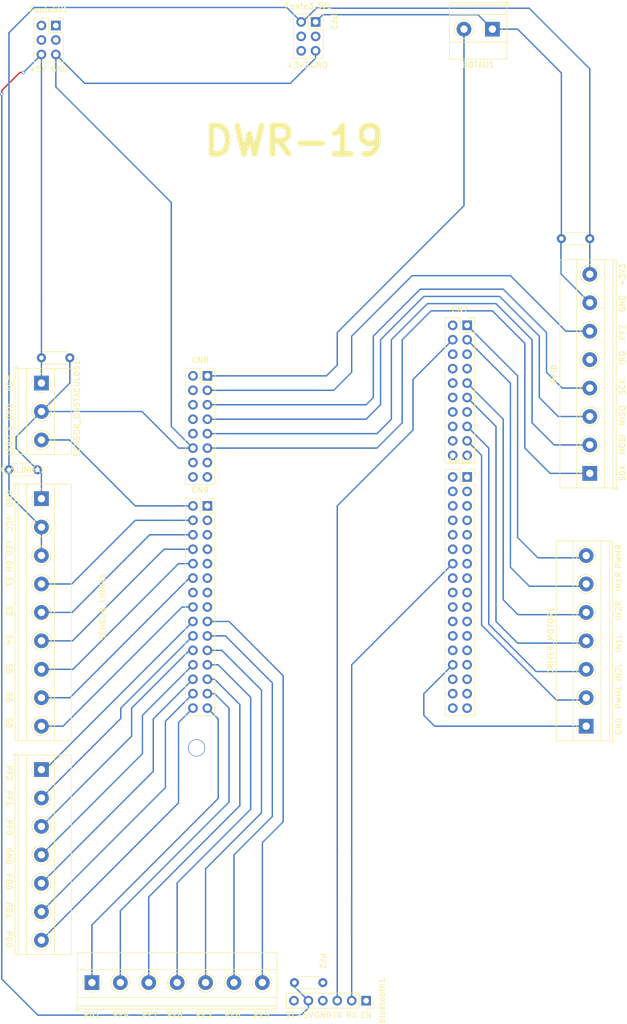
<source format=kicad_pcb>
(kicad_pcb (version 20171130) (host pcbnew "(5.1.9)-1")

  (general
    (thickness 1.6)
    (drawings 54)
    (tracks 232)
    (zones 0)
    (modules 18)
    (nets 98)
  )

  (page A4)
  (title_block
    (date "mar. 31 mars 2015")
  )

  (layers
    (0 F.Cu signal)
    (31 B.Cu signal)
    (32 B.Adhes user)
    (33 F.Adhes user)
    (34 B.Paste user)
    (35 F.Paste user)
    (36 B.SilkS user)
    (37 F.SilkS user)
    (38 B.Mask user)
    (39 F.Mask user)
    (40 Dwgs.User user)
    (41 Cmts.User user)
    (42 Eco1.User user)
    (43 Eco2.User user)
    (44 Edge.Cuts user)
    (45 Margin user)
    (46 B.CrtYd user)
    (47 F.CrtYd user)
    (48 B.Fab user)
    (49 F.Fab user)
  )

  (setup
    (last_trace_width 0.25)
    (trace_clearance 0.2)
    (zone_clearance 0.508)
    (zone_45_only no)
    (trace_min 0.2)
    (via_size 0.6)
    (via_drill 0.4)
    (via_min_size 0.4)
    (via_min_drill 0.3)
    (uvia_size 0.3)
    (uvia_drill 0.1)
    (uvias_allowed no)
    (uvia_min_size 0.2)
    (uvia_min_drill 0.1)
    (edge_width 0.15)
    (segment_width 0.15)
    (pcb_text_width 0.3)
    (pcb_text_size 1.5 1.5)
    (mod_edge_width 0.15)
    (mod_text_size 1 1)
    (mod_text_width 0.15)
    (pad_size 4.064 4.064)
    (pad_drill 3.048)
    (pad_to_mask_clearance 0)
    (aux_axis_origin 103.378 121.666)
    (visible_elements 7FFFFFFF)
    (pcbplotparams
      (layerselection 0x00030_80000001)
      (usegerberextensions false)
      (usegerberattributes true)
      (usegerberadvancedattributes true)
      (creategerberjobfile true)
      (excludeedgelayer true)
      (linewidth 0.100000)
      (plotframeref false)
      (viasonmask false)
      (mode 1)
      (useauxorigin false)
      (hpglpennumber 1)
      (hpglpenspeed 20)
      (hpglpendiameter 15.000000)
      (psnegative false)
      (psa4output false)
      (plotreference true)
      (plotvalue true)
      (plotinvisibletext false)
      (padsonsilk false)
      (subtractmaskfromsilk false)
      (outputformat 1)
      (mirror false)
      (drillshape 1)
      (scaleselection 1)
      (outputdirectory ""))
  )

  (net 0 "")
  (net 1 /IOREF)
  (net 2 /PF12)
  (net 3 /PB4)
  (net 4 /PD15)
  (net 5 /PA4)
  (net 6 /PD14)
  (net 7 /PB3)
  (net 8 /PA7)
  (net 9 /PB5)
  (net 10 /PA6)
  (net 11 /PC7)
  (net 12 /PA5)
  (net 13 /PA15)
  (net 14 /PB12)
  (net 15 /AVDD)
  (net 16 /PB13)
  (net 17 /PB9)
  (net 18 /PB15)
  (net 19 /PB8)
  (net 20 /PC6)
  (net 21 /PG3)
  (net 22 /VIN)
  (net 23 /PG2)
  (net 24 /PD2)
  (net 25 /PC12)
  (net 26 /5V)
  (net 27 /PC11)
  (net 28 /3,3V)
  (net 29 /PC10)
  (net 30 /RSET)
  (net 31 /PC9)
  (net 32 /PC8)
  (net 33 /NC)
  (net 34 /PG1)
  (net 35 /PG0)
  (net 36 /PD1)
  (net 37 /PF9)
  (net 38 /PD0)
  (net 39 /PF8)
  (net 40 /PE3)
  (net 41 /PF0)
  (net 42 /PE6)
  (net 43 /PF1)
  (net 44 /PE5)
  (net 45 /PF2)
  (net 46 /PE4)
  (net 47 /PE2)
  (net 48 /PF10)
  (net 49 /PD3)
  (net 50 /PF5)
  (net 51 /PD4)
  (net 52 /PF3)
  (net 53 /PD5)
  (net 54 /PC3)
  (net 55 /PD6)
  (net 56 /PC0)
  (net 57 /PD7)
  (net 58 /PA3)
  (net 59 /PB11)
  (net 60 /PE0)
  (net 61 /PB10)
  (net 62 /PB0)
  (net 63 /PE15)
  (net 64 /PA0)
  (net 65 /PE14)
  (net 66 /PE12)
  (net 67 /PE10)
  (net 68 /PD11)
  (net 69 /PD12)
  (net 70 /PE7)
  (net 71 /PD13)
  (net 72 /PE8)
  (net 73 /PG9)
  (net 74 /PB2)
  (net 75 /PG14)
  (net 76 /PB6)
  (net 77 /PF15)
  (net 78 /PF4)
  (net 79 /PE13)
  (net 80 /PC2)
  (net 81 /PF14)
  (net 82 /PB1)
  (net 83 /PE11)
  (net 84 /PE9)
  (net 85 /AGND)
  (net 86 /PF13)
  (net 87 "Net-(Fonte3.3V1-Pad4)")
  (net 88 "Net-(Fonte3.3V1-Pad3)")
  (net 89 "Net-(Fonte5V1-Pad4)")
  (net 90 "Net-(Fonte5V1-Pad3)")
  (net 91 "Net-(bluetooth1-Pad1)")
  (net 92 "Net-(bluetooth1-Pad6)")
  (net 93 GND)
  (net 94 +3.3V)
  (net 95 /PF7)
  (net 96 +5V)
  (net 97 "Net-(RFID2-Pad5)")

  (net_class Default "This is the default net class."
    (clearance 0.2)
    (trace_width 0.25)
    (via_dia 0.6)
    (via_drill 0.4)
    (uvia_dia 0.3)
    (uvia_drill 0.1)
    (add_net +3.3V)
    (add_net +5V)
    (add_net /3,3V)
    (add_net /5V)
    (add_net /AGND)
    (add_net /AVDD)
    (add_net /IOREF)
    (add_net /NC)
    (add_net /PA0)
    (add_net /PA15)
    (add_net /PA3)
    (add_net /PA4)
    (add_net /PA5)
    (add_net /PA6)
    (add_net /PA7)
    (add_net /PB0)
    (add_net /PB1)
    (add_net /PB10)
    (add_net /PB11)
    (add_net /PB12)
    (add_net /PB13)
    (add_net /PB15)
    (add_net /PB2)
    (add_net /PB3)
    (add_net /PB4)
    (add_net /PB5)
    (add_net /PB6)
    (add_net /PB8)
    (add_net /PB9)
    (add_net /PC0)
    (add_net /PC10)
    (add_net /PC11)
    (add_net /PC12)
    (add_net /PC2)
    (add_net /PC3)
    (add_net /PC6)
    (add_net /PC7)
    (add_net /PC8)
    (add_net /PC9)
    (add_net /PD0)
    (add_net /PD1)
    (add_net /PD11)
    (add_net /PD12)
    (add_net /PD13)
    (add_net /PD14)
    (add_net /PD15)
    (add_net /PD2)
    (add_net /PD3)
    (add_net /PD4)
    (add_net /PD5)
    (add_net /PD6)
    (add_net /PD7)
    (add_net /PE0)
    (add_net /PE10)
    (add_net /PE11)
    (add_net /PE12)
    (add_net /PE13)
    (add_net /PE14)
    (add_net /PE15)
    (add_net /PE2)
    (add_net /PE3)
    (add_net /PE4)
    (add_net /PE5)
    (add_net /PE6)
    (add_net /PE7)
    (add_net /PE8)
    (add_net /PE9)
    (add_net /PF0)
    (add_net /PF1)
    (add_net /PF10)
    (add_net /PF12)
    (add_net /PF13)
    (add_net /PF14)
    (add_net /PF15)
    (add_net /PF2)
    (add_net /PF3)
    (add_net /PF4)
    (add_net /PF5)
    (add_net /PF7)
    (add_net /PF8)
    (add_net /PF9)
    (add_net /PG0)
    (add_net /PG1)
    (add_net /PG14)
    (add_net /PG2)
    (add_net /PG3)
    (add_net /PG9)
    (add_net /RSET)
    (add_net /VIN)
    (add_net GND)
    (add_net "Net-(Fonte3.3V1-Pad3)")
    (add_net "Net-(Fonte3.3V1-Pad4)")
    (add_net "Net-(Fonte5V1-Pad3)")
    (add_net "Net-(Fonte5V1-Pad4)")
    (add_net "Net-(RFID2-Pad5)")
    (add_net "Net-(bluetooth1-Pad1)")
    (add_net "Net-(bluetooth1-Pad6)")
  )

  (module TerminalBlock_Phoenix:TerminalBlock_Phoenix_MKDS-1,5-7_1x07_P5.00mm_Horizontal (layer F.Cu) (tedit 5B294EE8) (tstamp 60C0FD20)
    (at 65.405 150.495 270)
    (descr "Terminal Block Phoenix MKDS-1,5-7, 7 pins, pitch 5mm, size 35x9.8mm^2, drill diamater 1.3mm, pad diameter 2.6mm, see http://www.farnell.com/datasheets/100425.pdf, script-generated using https://github.com/pointhi/kicad-footprint-generator/scripts/TerminalBlock_Phoenix")
    (tags "THT Terminal Block Phoenix MKDS-1,5-7 pitch 5mm size 35x9.8mm^2 drill 1.3mm pad 2.6mm")
    (path /60C72E52)
    (fp_text reference CON_LIVRE1 (at 15 -6.26 90) (layer F.SilkS) hide
      (effects (font (size 1 1) (thickness 0.15)))
    )
    (fp_text value Screw_Terminal_01x07 (at 15 5.66 90) (layer F.Fab) hide
      (effects (font (size 1 1) (thickness 0.15)))
    )
    (fp_text user %R (at 15 3.2 90) (layer F.Fab) hide
      (effects (font (size 1 1) (thickness 0.15)))
    )
    (fp_arc (start 0 0) (end -0.684 1.535) (angle -25) (layer F.SilkS) (width 0.12))
    (fp_arc (start 0 0) (end -1.535 -0.684) (angle -48) (layer F.SilkS) (width 0.12))
    (fp_arc (start 0 0) (end 0.684 -1.535) (angle -48) (layer F.SilkS) (width 0.12))
    (fp_arc (start 0 0) (end 1.535 0.684) (angle -48) (layer F.SilkS) (width 0.12))
    (fp_arc (start 0 0) (end 0 1.68) (angle -24) (layer F.SilkS) (width 0.12))
    (fp_circle (center 0 0) (end 1.5 0) (layer F.Fab) (width 0.1))
    (fp_circle (center 5 0) (end 6.5 0) (layer F.Fab) (width 0.1))
    (fp_circle (center 5 0) (end 6.68 0) (layer F.SilkS) (width 0.12))
    (fp_circle (center 10 0) (end 11.5 0) (layer F.Fab) (width 0.1))
    (fp_circle (center 10 0) (end 11.68 0) (layer F.SilkS) (width 0.12))
    (fp_circle (center 15 0) (end 16.5 0) (layer F.Fab) (width 0.1))
    (fp_circle (center 15 0) (end 16.68 0) (layer F.SilkS) (width 0.12))
    (fp_circle (center 20 0) (end 21.5 0) (layer F.Fab) (width 0.1))
    (fp_circle (center 20 0) (end 21.68 0) (layer F.SilkS) (width 0.12))
    (fp_circle (center 25 0) (end 26.5 0) (layer F.Fab) (width 0.1))
    (fp_circle (center 25 0) (end 26.68 0) (layer F.SilkS) (width 0.12))
    (fp_circle (center 30 0) (end 31.5 0) (layer F.Fab) (width 0.1))
    (fp_circle (center 30 0) (end 31.68 0) (layer F.SilkS) (width 0.12))
    (fp_line (start -2.5 -5.2) (end 32.5 -5.2) (layer F.Fab) (width 0.1))
    (fp_line (start 32.5 -5.2) (end 32.5 4.6) (layer F.Fab) (width 0.1))
    (fp_line (start 32.5 4.6) (end -2 4.6) (layer F.Fab) (width 0.1))
    (fp_line (start -2 4.6) (end -2.5 4.1) (layer F.Fab) (width 0.1))
    (fp_line (start -2.5 4.1) (end -2.5 -5.2) (layer F.Fab) (width 0.1))
    (fp_line (start -2.5 4.1) (end 32.5 4.1) (layer F.Fab) (width 0.1))
    (fp_line (start -2.56 4.1) (end 32.56 4.1) (layer F.SilkS) (width 0.12))
    (fp_line (start -2.5 2.6) (end 32.5 2.6) (layer F.Fab) (width 0.1))
    (fp_line (start -2.56 2.6) (end 32.56 2.6) (layer F.SilkS) (width 0.12))
    (fp_line (start -2.5 -2.3) (end 32.5 -2.3) (layer F.Fab) (width 0.1))
    (fp_line (start -2.56 -2.301) (end 32.56 -2.301) (layer F.SilkS) (width 0.12))
    (fp_line (start -2.56 -5.261) (end 32.56 -5.261) (layer F.SilkS) (width 0.12))
    (fp_line (start -2.56 4.66) (end 32.56 4.66) (layer F.SilkS) (width 0.12))
    (fp_line (start -2.56 -5.261) (end -2.56 4.66) (layer F.SilkS) (width 0.12))
    (fp_line (start 32.56 -5.261) (end 32.56 4.66) (layer F.SilkS) (width 0.12))
    (fp_line (start 1.138 -0.955) (end -0.955 1.138) (layer F.Fab) (width 0.1))
    (fp_line (start 0.955 -1.138) (end -1.138 0.955) (layer F.Fab) (width 0.1))
    (fp_line (start 6.138 -0.955) (end 4.046 1.138) (layer F.Fab) (width 0.1))
    (fp_line (start 5.955 -1.138) (end 3.863 0.955) (layer F.Fab) (width 0.1))
    (fp_line (start 6.275 -1.069) (end 6.228 -1.023) (layer F.SilkS) (width 0.12))
    (fp_line (start 3.966 1.239) (end 3.931 1.274) (layer F.SilkS) (width 0.12))
    (fp_line (start 6.07 -1.275) (end 6.035 -1.239) (layer F.SilkS) (width 0.12))
    (fp_line (start 3.773 1.023) (end 3.726 1.069) (layer F.SilkS) (width 0.12))
    (fp_line (start 11.138 -0.955) (end 9.046 1.138) (layer F.Fab) (width 0.1))
    (fp_line (start 10.955 -1.138) (end 8.863 0.955) (layer F.Fab) (width 0.1))
    (fp_line (start 11.275 -1.069) (end 11.228 -1.023) (layer F.SilkS) (width 0.12))
    (fp_line (start 8.966 1.239) (end 8.931 1.274) (layer F.SilkS) (width 0.12))
    (fp_line (start 11.07 -1.275) (end 11.035 -1.239) (layer F.SilkS) (width 0.12))
    (fp_line (start 8.773 1.023) (end 8.726 1.069) (layer F.SilkS) (width 0.12))
    (fp_line (start 16.138 -0.955) (end 14.046 1.138) (layer F.Fab) (width 0.1))
    (fp_line (start 15.955 -1.138) (end 13.863 0.955) (layer F.Fab) (width 0.1))
    (fp_line (start 16.275 -1.069) (end 16.228 -1.023) (layer F.SilkS) (width 0.12))
    (fp_line (start 13.966 1.239) (end 13.931 1.274) (layer F.SilkS) (width 0.12))
    (fp_line (start 16.07 -1.275) (end 16.035 -1.239) (layer F.SilkS) (width 0.12))
    (fp_line (start 13.773 1.023) (end 13.726 1.069) (layer F.SilkS) (width 0.12))
    (fp_line (start 21.138 -0.955) (end 19.046 1.138) (layer F.Fab) (width 0.1))
    (fp_line (start 20.955 -1.138) (end 18.863 0.955) (layer F.Fab) (width 0.1))
    (fp_line (start 21.275 -1.069) (end 21.228 -1.023) (layer F.SilkS) (width 0.12))
    (fp_line (start 18.966 1.239) (end 18.931 1.274) (layer F.SilkS) (width 0.12))
    (fp_line (start 21.07 -1.275) (end 21.035 -1.239) (layer F.SilkS) (width 0.12))
    (fp_line (start 18.773 1.023) (end 18.726 1.069) (layer F.SilkS) (width 0.12))
    (fp_line (start 26.138 -0.955) (end 24.046 1.138) (layer F.Fab) (width 0.1))
    (fp_line (start 25.955 -1.138) (end 23.863 0.955) (layer F.Fab) (width 0.1))
    (fp_line (start 26.275 -1.069) (end 26.228 -1.023) (layer F.SilkS) (width 0.12))
    (fp_line (start 23.966 1.239) (end 23.931 1.274) (layer F.SilkS) (width 0.12))
    (fp_line (start 26.07 -1.275) (end 26.035 -1.239) (layer F.SilkS) (width 0.12))
    (fp_line (start 23.773 1.023) (end 23.726 1.069) (layer F.SilkS) (width 0.12))
    (fp_line (start 31.138 -0.955) (end 29.046 1.138) (layer F.Fab) (width 0.1))
    (fp_line (start 30.955 -1.138) (end 28.863 0.955) (layer F.Fab) (width 0.1))
    (fp_line (start 31.275 -1.069) (end 31.228 -1.023) (layer F.SilkS) (width 0.12))
    (fp_line (start 28.966 1.239) (end 28.931 1.274) (layer F.SilkS) (width 0.12))
    (fp_line (start 31.07 -1.275) (end 31.035 -1.239) (layer F.SilkS) (width 0.12))
    (fp_line (start 28.773 1.023) (end 28.726 1.069) (layer F.SilkS) (width 0.12))
    (fp_line (start -2.8 4.16) (end -2.8 4.9) (layer F.SilkS) (width 0.12))
    (fp_line (start -2.8 4.9) (end -2.3 4.9) (layer F.SilkS) (width 0.12))
    (fp_line (start -3 -5.71) (end -3 5.1) (layer F.CrtYd) (width 0.05))
    (fp_line (start -3 5.1) (end 33 5.1) (layer F.CrtYd) (width 0.05))
    (fp_line (start 33 5.1) (end 33 -5.71) (layer F.CrtYd) (width 0.05))
    (fp_line (start 33 -5.71) (end -3 -5.71) (layer F.CrtYd) (width 0.05))
    (pad 7 thru_hole circle (at 30 0 270) (size 2.6 2.6) (drill 1.3) (layers *.Cu *.Mask)
      (net 35 /PG0))
    (pad 6 thru_hole circle (at 25 0 270) (size 2.6 2.6) (drill 1.3) (layers *.Cu *.Mask)
      (net 36 /PD1))
    (pad 5 thru_hole circle (at 20 0 270) (size 2.6 2.6) (drill 1.3) (layers *.Cu *.Mask)
      (net 38 /PD0))
    (pad 4 thru_hole circle (at 15 0 270) (size 2.6 2.6) (drill 1.3) (layers *.Cu *.Mask)
      (net 93 GND))
    (pad 3 thru_hole circle (at 10 0 270) (size 2.6 2.6) (drill 1.3) (layers *.Cu *.Mask)
      (net 41 /PF0))
    (pad 2 thru_hole circle (at 5 0 270) (size 2.6 2.6) (drill 1.3) (layers *.Cu *.Mask)
      (net 43 /PF1))
    (pad 1 thru_hole rect (at 0 0 270) (size 2.6 2.6) (drill 1.3) (layers *.Cu *.Mask)
      (net 45 /PF2))
    (model ${KISYS3DMOD}/TerminalBlock_Phoenix.3dshapes/TerminalBlock_Phoenix_MKDS-1,5-7_1x07_P5.00mm_Horizontal.wrl
      (at (xyz 0 0 0))
      (scale (xyz 1 1 1))
      (rotate (xyz 0 0 0))
    )
  )

  (module TerminalBlock_Phoenix:TerminalBlock_Phoenix_MKDS-1,5-7_1x07_P5.00mm_Horizontal (layer F.Cu) (tedit 5B294EE8) (tstamp 60C11506)
    (at 74.295 187.96)
    (descr "Terminal Block Phoenix MKDS-1,5-7, 7 pins, pitch 5mm, size 35x9.8mm^2, drill diamater 1.3mm, pad diameter 2.6mm, see http://www.farnell.com/datasheets/100425.pdf, script-generated using https://github.com/pointhi/kicad-footprint-generator/scripts/TerminalBlock_Phoenix")
    (tags "THT Terminal Block Phoenix MKDS-1,5-7 pitch 5mm size 35x9.8mm^2 drill 1.3mm pad 2.6mm")
    (path /60CB4043)
    (fp_text reference CON_LIVRE2 (at 15 -6.26) (layer F.SilkS) hide
      (effects (font (size 1 1) (thickness 0.15)))
    )
    (fp_text value Screw_Terminal_01x07 (at 15 5.66) (layer F.Fab) hide
      (effects (font (size 1 1) (thickness 0.15)))
    )
    (fp_text user %R (at 15 3.2) (layer F.Fab) hide
      (effects (font (size 1 1) (thickness 0.15)))
    )
    (fp_arc (start 0 0) (end -0.684 1.535) (angle -25) (layer F.SilkS) (width 0.12))
    (fp_arc (start 0 0) (end -1.535 -0.684) (angle -48) (layer F.SilkS) (width 0.12))
    (fp_arc (start 0 0) (end 0.684 -1.535) (angle -48) (layer F.SilkS) (width 0.12))
    (fp_arc (start 0 0) (end 1.535 0.684) (angle -48) (layer F.SilkS) (width 0.12))
    (fp_arc (start 0 0) (end 0 1.68) (angle -24) (layer F.SilkS) (width 0.12))
    (fp_circle (center 0 0) (end 1.5 0) (layer F.Fab) (width 0.1))
    (fp_circle (center 5 0) (end 6.5 0) (layer F.Fab) (width 0.1))
    (fp_circle (center 5 0) (end 6.68 0) (layer F.SilkS) (width 0.12))
    (fp_circle (center 10 0) (end 11.5 0) (layer F.Fab) (width 0.1))
    (fp_circle (center 10 0) (end 11.68 0) (layer F.SilkS) (width 0.12))
    (fp_circle (center 15 0) (end 16.5 0) (layer F.Fab) (width 0.1))
    (fp_circle (center 15 0) (end 16.68 0) (layer F.SilkS) (width 0.12))
    (fp_circle (center 20 0) (end 21.5 0) (layer F.Fab) (width 0.1))
    (fp_circle (center 20 0) (end 21.68 0) (layer F.SilkS) (width 0.12))
    (fp_circle (center 25 0) (end 26.5 0) (layer F.Fab) (width 0.1))
    (fp_circle (center 25 0) (end 26.68 0) (layer F.SilkS) (width 0.12))
    (fp_circle (center 30 0) (end 31.5 0) (layer F.Fab) (width 0.1))
    (fp_circle (center 30 0) (end 31.68 0) (layer F.SilkS) (width 0.12))
    (fp_line (start -2.5 -5.2) (end 32.5 -5.2) (layer F.Fab) (width 0.1))
    (fp_line (start 32.5 -5.2) (end 32.5 4.6) (layer F.Fab) (width 0.1))
    (fp_line (start 32.5 4.6) (end -2 4.6) (layer F.Fab) (width 0.1))
    (fp_line (start -2 4.6) (end -2.5 4.1) (layer F.Fab) (width 0.1))
    (fp_line (start -2.5 4.1) (end -2.5 -5.2) (layer F.Fab) (width 0.1))
    (fp_line (start -2.5 4.1) (end 32.5 4.1) (layer F.Fab) (width 0.1))
    (fp_line (start -2.56 4.1) (end 32.56 4.1) (layer F.SilkS) (width 0.12))
    (fp_line (start -2.5 2.6) (end 32.5 2.6) (layer F.Fab) (width 0.1))
    (fp_line (start -2.56 2.6) (end 32.56 2.6) (layer F.SilkS) (width 0.12))
    (fp_line (start -2.5 -2.3) (end 32.5 -2.3) (layer F.Fab) (width 0.1))
    (fp_line (start -2.56 -2.301) (end 32.56 -2.301) (layer F.SilkS) (width 0.12))
    (fp_line (start -2.56 -5.261) (end 32.56 -5.261) (layer F.SilkS) (width 0.12))
    (fp_line (start -2.56 4.66) (end 32.56 4.66) (layer F.SilkS) (width 0.12))
    (fp_line (start -2.56 -5.261) (end -2.56 4.66) (layer F.SilkS) (width 0.12))
    (fp_line (start 32.56 -5.261) (end 32.56 4.66) (layer F.SilkS) (width 0.12))
    (fp_line (start 1.138 -0.955) (end -0.955 1.138) (layer F.Fab) (width 0.1))
    (fp_line (start 0.955 -1.138) (end -1.138 0.955) (layer F.Fab) (width 0.1))
    (fp_line (start 6.138 -0.955) (end 4.046 1.138) (layer F.Fab) (width 0.1))
    (fp_line (start 5.955 -1.138) (end 3.863 0.955) (layer F.Fab) (width 0.1))
    (fp_line (start 6.275 -1.069) (end 6.228 -1.023) (layer F.SilkS) (width 0.12))
    (fp_line (start 3.966 1.239) (end 3.931 1.274) (layer F.SilkS) (width 0.12))
    (fp_line (start 6.07 -1.275) (end 6.035 -1.239) (layer F.SilkS) (width 0.12))
    (fp_line (start 3.773 1.023) (end 3.726 1.069) (layer F.SilkS) (width 0.12))
    (fp_line (start 11.138 -0.955) (end 9.046 1.138) (layer F.Fab) (width 0.1))
    (fp_line (start 10.955 -1.138) (end 8.863 0.955) (layer F.Fab) (width 0.1))
    (fp_line (start 11.275 -1.069) (end 11.228 -1.023) (layer F.SilkS) (width 0.12))
    (fp_line (start 8.966 1.239) (end 8.931 1.274) (layer F.SilkS) (width 0.12))
    (fp_line (start 11.07 -1.275) (end 11.035 -1.239) (layer F.SilkS) (width 0.12))
    (fp_line (start 8.773 1.023) (end 8.726 1.069) (layer F.SilkS) (width 0.12))
    (fp_line (start 16.138 -0.955) (end 14.046 1.138) (layer F.Fab) (width 0.1))
    (fp_line (start 15.955 -1.138) (end 13.863 0.955) (layer F.Fab) (width 0.1))
    (fp_line (start 16.275 -1.069) (end 16.228 -1.023) (layer F.SilkS) (width 0.12))
    (fp_line (start 13.966 1.239) (end 13.931 1.274) (layer F.SilkS) (width 0.12))
    (fp_line (start 16.07 -1.275) (end 16.035 -1.239) (layer F.SilkS) (width 0.12))
    (fp_line (start 13.773 1.023) (end 13.726 1.069) (layer F.SilkS) (width 0.12))
    (fp_line (start 21.138 -0.955) (end 19.046 1.138) (layer F.Fab) (width 0.1))
    (fp_line (start 20.955 -1.138) (end 18.863 0.955) (layer F.Fab) (width 0.1))
    (fp_line (start 21.275 -1.069) (end 21.228 -1.023) (layer F.SilkS) (width 0.12))
    (fp_line (start 18.966 1.239) (end 18.931 1.274) (layer F.SilkS) (width 0.12))
    (fp_line (start 21.07 -1.275) (end 21.035 -1.239) (layer F.SilkS) (width 0.12))
    (fp_line (start 18.773 1.023) (end 18.726 1.069) (layer F.SilkS) (width 0.12))
    (fp_line (start 26.138 -0.955) (end 24.046 1.138) (layer F.Fab) (width 0.1))
    (fp_line (start 25.955 -1.138) (end 23.863 0.955) (layer F.Fab) (width 0.1))
    (fp_line (start 26.275 -1.069) (end 26.228 -1.023) (layer F.SilkS) (width 0.12))
    (fp_line (start 23.966 1.239) (end 23.931 1.274) (layer F.SilkS) (width 0.12))
    (fp_line (start 26.07 -1.275) (end 26.035 -1.239) (layer F.SilkS) (width 0.12))
    (fp_line (start 23.773 1.023) (end 23.726 1.069) (layer F.SilkS) (width 0.12))
    (fp_line (start 31.138 -0.955) (end 29.046 1.138) (layer F.Fab) (width 0.1))
    (fp_line (start 30.955 -1.138) (end 28.863 0.955) (layer F.Fab) (width 0.1))
    (fp_line (start 31.275 -1.069) (end 31.228 -1.023) (layer F.SilkS) (width 0.12))
    (fp_line (start 28.966 1.239) (end 28.931 1.274) (layer F.SilkS) (width 0.12))
    (fp_line (start 31.07 -1.275) (end 31.035 -1.239) (layer F.SilkS) (width 0.12))
    (fp_line (start 28.773 1.023) (end 28.726 1.069) (layer F.SilkS) (width 0.12))
    (fp_line (start -2.8 4.16) (end -2.8 4.9) (layer F.SilkS) (width 0.12))
    (fp_line (start -2.8 4.9) (end -2.3 4.9) (layer F.SilkS) (width 0.12))
    (fp_line (start -3 -5.71) (end -3 5.1) (layer F.CrtYd) (width 0.05))
    (fp_line (start -3 5.1) (end 33 5.1) (layer F.CrtYd) (width 0.05))
    (fp_line (start 33 5.1) (end 33 -5.71) (layer F.CrtYd) (width 0.05))
    (fp_line (start 33 -5.71) (end -3 -5.71) (layer F.CrtYd) (width 0.05))
    (pad 7 thru_hole circle (at 30 0) (size 2.6 2.6) (drill 1.3) (layers *.Cu *.Mask)
      (net 44 /PE5))
    (pad 6 thru_hole circle (at 25 0) (size 2.6 2.6) (drill 1.3) (layers *.Cu *.Mask)
      (net 42 /PE6))
    (pad 5 thru_hole circle (at 20 0) (size 2.6 2.6) (drill 1.3) (layers *.Cu *.Mask)
      (net 40 /PE3))
    (pad 4 thru_hole circle (at 15 0) (size 2.6 2.6) (drill 1.3) (layers *.Cu *.Mask)
      (net 39 /PF8))
    (pad 3 thru_hole circle (at 10 0) (size 2.6 2.6) (drill 1.3) (layers *.Cu *.Mask)
      (net 95 /PF7))
    (pad 2 thru_hole circle (at 5 0) (size 2.6 2.6) (drill 1.3) (layers *.Cu *.Mask)
      (net 37 /PF9))
    (pad 1 thru_hole rect (at 0 0) (size 2.6 2.6) (drill 1.3) (layers *.Cu *.Mask)
      (net 34 /PG1))
    (model ${KISYS3DMOD}/TerminalBlock_Phoenix.3dshapes/TerminalBlock_Phoenix_MKDS-1,5-7_1x07_P5.00mm_Horizontal.wrl
      (at (xyz 0 0 0))
      (scale (xyz 1 1 1))
      (rotate (xyz 0 0 0))
    )
  )

  (module TerminalBlock_Phoenix:TerminalBlock_Phoenix_MKDS-1,5-2_1x02_P5.00mm_Horizontal (layer F.Cu) (tedit 5B294EE5) (tstamp 60C0CFA4)
    (at 144.78 20.32 180)
    (descr "Terminal Block Phoenix MKDS-1,5-2, 2 pins, pitch 5mm, size 10x9.8mm^2, drill diamater 1.3mm, pad diameter 2.6mm, see http://www.farnell.com/datasheets/100425.pdf, script-generated using https://github.com/pointhi/kicad-footprint-generator/scripts/TerminalBlock_Phoenix")
    (tags "THT Terminal Block Phoenix MKDS-1,5-2 pitch 5mm size 10x9.8mm^2 drill 1.3mm pad 2.6mm")
    (path /60C27E5A)
    (fp_text reference BOTAO1 (at 2.5 -6.26) (layer F.SilkS)
      (effects (font (size 1 1) (thickness 0.15)))
    )
    (fp_text value Screw_Terminal_01x06 (at 2.5 5.66) (layer F.Fab) hide
      (effects (font (size 1 1) (thickness 0.15)))
    )
    (fp_text user %R (at 2.5 3.2) (layer F.Fab) hide
      (effects (font (size 1 1) (thickness 0.15)))
    )
    (fp_arc (start 0 0) (end -0.684 1.535) (angle -25) (layer F.SilkS) (width 0.12))
    (fp_arc (start 0 0) (end -1.535 -0.684) (angle -48) (layer F.SilkS) (width 0.12))
    (fp_arc (start 0 0) (end 0.684 -1.535) (angle -48) (layer F.SilkS) (width 0.12))
    (fp_arc (start 0 0) (end 1.535 0.684) (angle -48) (layer F.SilkS) (width 0.12))
    (fp_arc (start 0 0) (end 0 1.68) (angle -24) (layer F.SilkS) (width 0.12))
    (fp_circle (center 0 0) (end 1.5 0) (layer F.Fab) (width 0.1))
    (fp_circle (center 5 0) (end 6.5 0) (layer F.Fab) (width 0.1))
    (fp_circle (center 5 0) (end 6.68 0) (layer F.SilkS) (width 0.12))
    (fp_line (start -2.5 -5.2) (end 7.5 -5.2) (layer F.Fab) (width 0.1))
    (fp_line (start 7.5 -5.2) (end 7.5 4.6) (layer F.Fab) (width 0.1))
    (fp_line (start 7.5 4.6) (end -2 4.6) (layer F.Fab) (width 0.1))
    (fp_line (start -2 4.6) (end -2.5 4.1) (layer F.Fab) (width 0.1))
    (fp_line (start -2.5 4.1) (end -2.5 -5.2) (layer F.Fab) (width 0.1))
    (fp_line (start -2.5 4.1) (end 7.5 4.1) (layer F.Fab) (width 0.1))
    (fp_line (start -2.56 4.1) (end 7.56 4.1) (layer F.SilkS) (width 0.12))
    (fp_line (start -2.5 2.6) (end 7.5 2.6) (layer F.Fab) (width 0.1))
    (fp_line (start -2.56 2.6) (end 7.56 2.6) (layer F.SilkS) (width 0.12))
    (fp_line (start -2.5 -2.3) (end 7.5 -2.3) (layer F.Fab) (width 0.1))
    (fp_line (start -2.56 -2.301) (end 7.56 -2.301) (layer F.SilkS) (width 0.12))
    (fp_line (start -2.56 -5.261) (end 7.56 -5.261) (layer F.SilkS) (width 0.12))
    (fp_line (start -2.56 4.66) (end 7.56 4.66) (layer F.SilkS) (width 0.12))
    (fp_line (start -2.56 -5.261) (end -2.56 4.66) (layer F.SilkS) (width 0.12))
    (fp_line (start 7.56 -5.261) (end 7.56 4.66) (layer F.SilkS) (width 0.12))
    (fp_line (start 1.138 -0.955) (end -0.955 1.138) (layer F.Fab) (width 0.1))
    (fp_line (start 0.955 -1.138) (end -1.138 0.955) (layer F.Fab) (width 0.1))
    (fp_line (start 6.138 -0.955) (end 4.046 1.138) (layer F.Fab) (width 0.1))
    (fp_line (start 5.955 -1.138) (end 3.863 0.955) (layer F.Fab) (width 0.1))
    (fp_line (start 6.275 -1.069) (end 6.228 -1.023) (layer F.SilkS) (width 0.12))
    (fp_line (start 3.966 1.239) (end 3.931 1.274) (layer F.SilkS) (width 0.12))
    (fp_line (start 6.07 -1.275) (end 6.035 -1.239) (layer F.SilkS) (width 0.12))
    (fp_line (start 3.773 1.023) (end 3.726 1.069) (layer F.SilkS) (width 0.12))
    (fp_line (start -2.8 4.16) (end -2.8 4.9) (layer F.SilkS) (width 0.12))
    (fp_line (start -2.8 4.9) (end -2.3 4.9) (layer F.SilkS) (width 0.12))
    (fp_line (start -3 -5.71) (end -3 5.1) (layer F.CrtYd) (width 0.05))
    (fp_line (start -3 5.1) (end 8 5.1) (layer F.CrtYd) (width 0.05))
    (fp_line (start 8 5.1) (end 8 -5.71) (layer F.CrtYd) (width 0.05))
    (fp_line (start 8 -5.71) (end -3 -5.71) (layer F.CrtYd) (width 0.05))
    (pad 2 thru_hole circle (at 5 0 180) (size 2.6 2.6) (drill 1.3) (layers *.Cu *.Mask)
      (net 32 /PC8))
    (pad 1 thru_hole rect (at 0 0 180) (size 2.6 2.6) (drill 1.3) (layers *.Cu *.Mask)
      (net 93 GND))
    (model ${KISYS3DMOD}/TerminalBlock_Phoenix.3dshapes/TerminalBlock_Phoenix_MKDS-1,5-2_1x02_P5.00mm_Horizontal.wrl
      (at (xyz 0 0 0))
      (scale (xyz 1 1 1))
      (rotate (xyz 0 0 0))
    )
  )

  (module TerminalBlock_Phoenix:TerminalBlock_Phoenix_MKDS-1,5-9_1x09_P5.00mm_Horizontal (layer F.Cu) (tedit 5B294EEC) (tstamp 60BFF6B9)
    (at 65.405 102.87 270)
    (descr "Terminal Block Phoenix MKDS-1,5-9, 9 pins, pitch 5mm, size 45x9.8mm^2, drill diamater 1.3mm, pad diameter 2.6mm, see http://www.farnell.com/datasheets/100425.pdf, script-generated using https://github.com/pointhi/kicad-footprint-generator/scripts/TerminalBlock_Phoenix")
    (tags "THT Terminal Block Phoenix MKDS-1,5-9 pitch 5mm size 45x9.8mm^2 drill 1.3mm pad 2.6mm")
    (path /60C8A841)
    (fp_text reference SENSOR_LINHA1 (at 19.05 -10.795 90) (layer F.SilkS)
      (effects (font (size 1 1) (thickness 0.15)))
    )
    (fp_text value Screw_Terminal_01x09 (at 20 5.66 90) (layer F.Fab)
      (effects (font (size 1 1) (thickness 0.15)))
    )
    (fp_line (start 43 -5.71) (end -3 -5.71) (layer F.CrtYd) (width 0.05))
    (fp_line (start 43 5.1) (end 43 -5.71) (layer F.CrtYd) (width 0.05))
    (fp_line (start -3 5.1) (end 43 5.1) (layer F.CrtYd) (width 0.05))
    (fp_line (start -3 -5.71) (end -3 5.1) (layer F.CrtYd) (width 0.05))
    (fp_line (start -2.8 4.9) (end -2.3 4.9) (layer F.SilkS) (width 0.12))
    (fp_line (start -2.8 4.16) (end -2.8 4.9) (layer F.SilkS) (width 0.12))
    (fp_line (start 38.773 1.023) (end 38.726 1.069) (layer F.SilkS) (width 0.12))
    (fp_line (start 41.07 -1.275) (end 41.035 -1.239) (layer F.SilkS) (width 0.12))
    (fp_line (start 38.966 1.239) (end 38.931 1.274) (layer F.SilkS) (width 0.12))
    (fp_line (start 41.275 -1.069) (end 41.228 -1.023) (layer F.SilkS) (width 0.12))
    (fp_line (start 40.955 -1.138) (end 38.863 0.955) (layer F.Fab) (width 0.1))
    (fp_line (start 41.138 -0.955) (end 39.046 1.138) (layer F.Fab) (width 0.1))
    (fp_line (start 33.773 1.023) (end 33.726 1.069) (layer F.SilkS) (width 0.12))
    (fp_line (start 36.07 -1.275) (end 36.035 -1.239) (layer F.SilkS) (width 0.12))
    (fp_line (start 33.966 1.239) (end 33.931 1.274) (layer F.SilkS) (width 0.12))
    (fp_line (start 36.275 -1.069) (end 36.228 -1.023) (layer F.SilkS) (width 0.12))
    (fp_line (start 35.955 -1.138) (end 33.863 0.955) (layer F.Fab) (width 0.1))
    (fp_line (start 36.138 -0.955) (end 34.046 1.138) (layer F.Fab) (width 0.1))
    (fp_line (start 28.773 1.023) (end 28.726 1.069) (layer F.SilkS) (width 0.12))
    (fp_line (start 31.07 -1.275) (end 31.035 -1.239) (layer F.SilkS) (width 0.12))
    (fp_line (start 28.966 1.239) (end 28.931 1.274) (layer F.SilkS) (width 0.12))
    (fp_line (start 31.275 -1.069) (end 31.228 -1.023) (layer F.SilkS) (width 0.12))
    (fp_line (start 30.955 -1.138) (end 28.863 0.955) (layer F.Fab) (width 0.1))
    (fp_line (start 31.138 -0.955) (end 29.046 1.138) (layer F.Fab) (width 0.1))
    (fp_line (start 23.773 1.023) (end 23.726 1.069) (layer F.SilkS) (width 0.12))
    (fp_line (start 26.07 -1.275) (end 26.035 -1.239) (layer F.SilkS) (width 0.12))
    (fp_line (start 23.966 1.239) (end 23.931 1.274) (layer F.SilkS) (width 0.12))
    (fp_line (start 26.275 -1.069) (end 26.228 -1.023) (layer F.SilkS) (width 0.12))
    (fp_line (start 25.955 -1.138) (end 23.863 0.955) (layer F.Fab) (width 0.1))
    (fp_line (start 26.138 -0.955) (end 24.046 1.138) (layer F.Fab) (width 0.1))
    (fp_line (start 18.773 1.023) (end 18.726 1.069) (layer F.SilkS) (width 0.12))
    (fp_line (start 21.07 -1.275) (end 21.035 -1.239) (layer F.SilkS) (width 0.12))
    (fp_line (start 18.966 1.239) (end 18.931 1.274) (layer F.SilkS) (width 0.12))
    (fp_line (start 21.275 -1.069) (end 21.228 -1.023) (layer F.SilkS) (width 0.12))
    (fp_line (start 20.955 -1.138) (end 18.863 0.955) (layer F.Fab) (width 0.1))
    (fp_line (start 21.138 -0.955) (end 19.046 1.138) (layer F.Fab) (width 0.1))
    (fp_line (start 13.773 1.023) (end 13.726 1.069) (layer F.SilkS) (width 0.12))
    (fp_line (start 16.07 -1.275) (end 16.035 -1.239) (layer F.SilkS) (width 0.12))
    (fp_line (start 13.966 1.239) (end 13.931 1.274) (layer F.SilkS) (width 0.12))
    (fp_line (start 16.275 -1.069) (end 16.228 -1.023) (layer F.SilkS) (width 0.12))
    (fp_line (start 15.955 -1.138) (end 13.863 0.955) (layer F.Fab) (width 0.1))
    (fp_line (start 16.138 -0.955) (end 14.046 1.138) (layer F.Fab) (width 0.1))
    (fp_line (start 8.773 1.023) (end 8.726 1.069) (layer F.SilkS) (width 0.12))
    (fp_line (start 11.07 -1.275) (end 11.035 -1.239) (layer F.SilkS) (width 0.12))
    (fp_line (start 8.966 1.239) (end 8.931 1.274) (layer F.SilkS) (width 0.12))
    (fp_line (start 11.275 -1.069) (end 11.228 -1.023) (layer F.SilkS) (width 0.12))
    (fp_line (start 10.955 -1.138) (end 8.863 0.955) (layer F.Fab) (width 0.1))
    (fp_line (start 11.138 -0.955) (end 9.046 1.138) (layer F.Fab) (width 0.1))
    (fp_line (start 3.773 1.023) (end 3.726 1.069) (layer F.SilkS) (width 0.12))
    (fp_line (start 6.07 -1.275) (end 6.035 -1.239) (layer F.SilkS) (width 0.12))
    (fp_line (start 3.966 1.239) (end 3.931 1.274) (layer F.SilkS) (width 0.12))
    (fp_line (start 6.275 -1.069) (end 6.228 -1.023) (layer F.SilkS) (width 0.12))
    (fp_line (start 5.955 -1.138) (end 3.863 0.955) (layer F.Fab) (width 0.1))
    (fp_line (start 6.138 -0.955) (end 4.046 1.138) (layer F.Fab) (width 0.1))
    (fp_line (start 0.955 -1.138) (end -1.138 0.955) (layer F.Fab) (width 0.1))
    (fp_line (start 1.138 -0.955) (end -0.955 1.138) (layer F.Fab) (width 0.1))
    (fp_line (start 42.56 -5.261) (end 42.56 4.66) (layer F.SilkS) (width 0.12))
    (fp_line (start -2.56 -5.261) (end -2.56 4.66) (layer F.SilkS) (width 0.12))
    (fp_line (start -2.56 4.66) (end 42.56 4.66) (layer F.SilkS) (width 0.12))
    (fp_line (start -2.56 -5.261) (end 42.56 -5.261) (layer F.SilkS) (width 0.12))
    (fp_line (start -2.56 -2.301) (end 42.56 -2.301) (layer F.SilkS) (width 0.12))
    (fp_line (start -2.5 -2.3) (end 42.5 -2.3) (layer F.Fab) (width 0.1))
    (fp_line (start -2.56 2.6) (end 42.56 2.6) (layer F.SilkS) (width 0.12))
    (fp_line (start -2.5 2.6) (end 42.5 2.6) (layer F.Fab) (width 0.1))
    (fp_line (start -2.56 4.1) (end 42.56 4.1) (layer F.SilkS) (width 0.12))
    (fp_line (start -2.5 4.1) (end 42.5 4.1) (layer F.Fab) (width 0.1))
    (fp_line (start -2.5 4.1) (end -2.5 -5.2) (layer F.Fab) (width 0.1))
    (fp_line (start -2 4.6) (end -2.5 4.1) (layer F.Fab) (width 0.1))
    (fp_line (start 42.5 4.6) (end -2 4.6) (layer F.Fab) (width 0.1))
    (fp_line (start 42.5 -5.2) (end 42.5 4.6) (layer F.Fab) (width 0.1))
    (fp_line (start -2.5 -5.2) (end 42.5 -5.2) (layer F.Fab) (width 0.1))
    (fp_circle (center 40 0) (end 41.68 0) (layer F.SilkS) (width 0.12))
    (fp_circle (center 40 0) (end 41.5 0) (layer F.Fab) (width 0.1))
    (fp_circle (center 35 0) (end 36.68 0) (layer F.SilkS) (width 0.12))
    (fp_circle (center 35 0) (end 36.5 0) (layer F.Fab) (width 0.1))
    (fp_circle (center 30 0) (end 31.68 0) (layer F.SilkS) (width 0.12))
    (fp_circle (center 30 0) (end 31.5 0) (layer F.Fab) (width 0.1))
    (fp_circle (center 25 0) (end 26.68 0) (layer F.SilkS) (width 0.12))
    (fp_circle (center 25 0) (end 26.5 0) (layer F.Fab) (width 0.1))
    (fp_circle (center 20 0) (end 21.68 0) (layer F.SilkS) (width 0.12))
    (fp_circle (center 20 0) (end 21.5 0) (layer F.Fab) (width 0.1))
    (fp_circle (center 15 0) (end 16.68 0) (layer F.SilkS) (width 0.12))
    (fp_circle (center 15 0) (end 16.5 0) (layer F.Fab) (width 0.1))
    (fp_circle (center 10 0) (end 11.68 0) (layer F.SilkS) (width 0.12))
    (fp_circle (center 10 0) (end 11.5 0) (layer F.Fab) (width 0.1))
    (fp_circle (center 5 0) (end 6.68 0) (layer F.SilkS) (width 0.12))
    (fp_circle (center 5 0) (end 6.5 0) (layer F.Fab) (width 0.1))
    (fp_circle (center 0 0) (end 1.5 0) (layer F.Fab) (width 0.1))
    (fp_text user %R (at 20 3.2 90) (layer F.Fab)
      (effects (font (size 1 1) (thickness 0.15)))
    )
    (fp_arc (start 0 0) (end -0.684 1.535) (angle -25) (layer F.SilkS) (width 0.12))
    (fp_arc (start 0 0) (end -1.535 -0.684) (angle -48) (layer F.SilkS) (width 0.12))
    (fp_arc (start 0 0) (end 0.684 -1.535) (angle -48) (layer F.SilkS) (width 0.12))
    (fp_arc (start 0 0) (end 1.535 0.684) (angle -48) (layer F.SilkS) (width 0.12))
    (fp_arc (start 0 0) (end 0 1.68) (angle -24) (layer F.SilkS) (width 0.12))
    (pad 9 thru_hole circle (at 40 0 270) (size 2.6 2.6) (drill 1.3) (layers *.Cu *.Mask)
      (net 8 /PA7))
    (pad 8 thru_hole circle (at 35 0 270) (size 2.6 2.6) (drill 1.3) (layers *.Cu *.Mask)
      (net 48 /PF10))
    (pad 7 thru_hole circle (at 30 0 270) (size 2.6 2.6) (drill 1.3) (layers *.Cu *.Mask)
      (net 50 /PF5))
    (pad 6 thru_hole circle (at 25 0 270) (size 2.6 2.6) (drill 1.3) (layers *.Cu *.Mask)
      (net 52 /PF3))
    (pad 5 thru_hole circle (at 20 0 270) (size 2.6 2.6) (drill 1.3) (layers *.Cu *.Mask)
      (net 54 /PC3))
    (pad 4 thru_hole circle (at 15 0 270) (size 2.6 2.6) (drill 1.3) (layers *.Cu *.Mask)
      (net 56 /PC0))
    (pad 3 thru_hole circle (at 10 0 270) (size 2.6 2.6) (drill 1.3) (layers *.Cu *.Mask)
      (net 94 +3.3V))
    (pad 2 thru_hole circle (at 5 0 270) (size 2.6 2.6) (drill 1.3) (layers *.Cu *.Mask)
      (net 94 +3.3V))
    (pad 1 thru_hole rect (at 0 0 270) (size 2.6 2.6) (drill 1.3) (layers *.Cu *.Mask)
      (net 93 GND))
    (model ${KISYS3DMOD}/TerminalBlock_Phoenix.3dshapes/TerminalBlock_Phoenix_MKDS-1,5-9_1x09_P5.00mm_Horizontal.wrl
      (at (xyz 0 0 0))
      (scale (xyz 1 1 1))
      (rotate (xyz 0 0 0))
    )
  )

  (module Capacitor_THT:C_Disc_D4.3mm_W1.9mm_P5.00mm (layer F.Cu) (tedit 5AE50EF0) (tstamp 60C13552)
    (at 65.405 78.105)
    (descr "C, Disc series, Radial, pin pitch=5.00mm, , diameter*width=4.3*1.9mm^2, Capacitor, http://www.vishay.com/docs/45233/krseries.pdf")
    (tags "C Disc series Radial pin pitch 5.00mm  diameter 4.3mm width 1.9mm Capacitor")
    (path /60E3B31B)
    (fp_text reference C_SOBST1 (at 2.5 -2.2) (layer F.SilkS) hide
      (effects (font (size 1 1) (thickness 0.15)))
    )
    (fp_text value C (at 2.5 2.2) (layer F.Fab) hide
      (effects (font (size 1 1) (thickness 0.15)))
    )
    (fp_line (start 0.35 -0.95) (end 0.35 0.95) (layer F.Fab) (width 0.1))
    (fp_line (start 0.35 0.95) (end 4.65 0.95) (layer F.Fab) (width 0.1))
    (fp_line (start 4.65 0.95) (end 4.65 -0.95) (layer F.Fab) (width 0.1))
    (fp_line (start 4.65 -0.95) (end 0.35 -0.95) (layer F.Fab) (width 0.1))
    (fp_line (start 0.23 -1.07) (end 4.77 -1.07) (layer F.SilkS) (width 0.12))
    (fp_line (start 0.23 1.07) (end 4.77 1.07) (layer F.SilkS) (width 0.12))
    (fp_line (start 0.23 -1.07) (end 0.23 -1.055) (layer F.SilkS) (width 0.12))
    (fp_line (start 0.23 1.055) (end 0.23 1.07) (layer F.SilkS) (width 0.12))
    (fp_line (start 4.77 -1.07) (end 4.77 -1.055) (layer F.SilkS) (width 0.12))
    (fp_line (start 4.77 1.055) (end 4.77 1.07) (layer F.SilkS) (width 0.12))
    (fp_line (start -1.05 -1.2) (end -1.05 1.2) (layer F.CrtYd) (width 0.05))
    (fp_line (start -1.05 1.2) (end 6.05 1.2) (layer F.CrtYd) (width 0.05))
    (fp_line (start 6.05 1.2) (end 6.05 -1.2) (layer F.CrtYd) (width 0.05))
    (fp_line (start 6.05 -1.2) (end -1.05 -1.2) (layer F.CrtYd) (width 0.05))
    (fp_text user %R (at 2.5 0) (layer F.Fab) hide
      (effects (font (size 0.86 0.86) (thickness 0.129)))
    )
    (pad 2 thru_hole circle (at 5 0) (size 1.6 1.6) (drill 0.8) (layers *.Cu *.Mask)
      (net 93 GND))
    (pad 1 thru_hole circle (at 0 0) (size 1.6 1.6) (drill 0.8) (layers *.Cu *.Mask)
      (net 96 +5V))
    (model ${KISYS3DMOD}/Capacitor_THT.3dshapes/C_Disc_D4.3mm_W1.9mm_P5.00mm.wrl
      (at (xyz 0 0 0))
      (scale (xyz 1 1 1))
      (rotate (xyz 0 0 0))
    )
  )

  (module Capacitor_THT:C_Disc_D4.3mm_W1.9mm_P5.00mm (layer F.Cu) (tedit 5AE50EF0) (tstamp 60C13515)
    (at 161.925 57.15 180)
    (descr "C, Disc series, Radial, pin pitch=5.00mm, , diameter*width=4.3*1.9mm^2, Capacitor, http://www.vishay.com/docs/45233/krseries.pdf")
    (tags "C Disc series Radial pin pitch 5.00mm  diameter 4.3mm width 1.9mm Capacitor")
    (path /60E5B397)
    (fp_text reference C_RFID1 (at 2.5 -2.2) (layer F.SilkS) hide
      (effects (font (size 1 1) (thickness 0.15)))
    )
    (fp_text value C (at 2.5 2.2) (layer F.Fab) hide
      (effects (font (size 1 1) (thickness 0.15)))
    )
    (fp_line (start 0.35 -0.95) (end 0.35 0.95) (layer F.Fab) (width 0.1))
    (fp_line (start 0.35 0.95) (end 4.65 0.95) (layer F.Fab) (width 0.1))
    (fp_line (start 4.65 0.95) (end 4.65 -0.95) (layer F.Fab) (width 0.1))
    (fp_line (start 4.65 -0.95) (end 0.35 -0.95) (layer F.Fab) (width 0.1))
    (fp_line (start 0.23 -1.07) (end 4.77 -1.07) (layer F.SilkS) (width 0.12))
    (fp_line (start 0.23 1.07) (end 4.77 1.07) (layer F.SilkS) (width 0.12))
    (fp_line (start 0.23 -1.07) (end 0.23 -1.055) (layer F.SilkS) (width 0.12))
    (fp_line (start 0.23 1.055) (end 0.23 1.07) (layer F.SilkS) (width 0.12))
    (fp_line (start 4.77 -1.07) (end 4.77 -1.055) (layer F.SilkS) (width 0.12))
    (fp_line (start 4.77 1.055) (end 4.77 1.07) (layer F.SilkS) (width 0.12))
    (fp_line (start -1.05 -1.2) (end -1.05 1.2) (layer F.CrtYd) (width 0.05))
    (fp_line (start -1.05 1.2) (end 6.05 1.2) (layer F.CrtYd) (width 0.05))
    (fp_line (start 6.05 1.2) (end 6.05 -1.2) (layer F.CrtYd) (width 0.05))
    (fp_line (start 6.05 -1.2) (end -1.05 -1.2) (layer F.CrtYd) (width 0.05))
    (fp_text user %R (at 2.54 -0.275) (layer F.Fab) hide
      (effects (font (size 0.86 0.86) (thickness 0.129)))
    )
    (pad 2 thru_hole circle (at 5 0 180) (size 1.6 1.6) (drill 0.8) (layers *.Cu *.Mask)
      (net 93 GND))
    (pad 1 thru_hole circle (at 0 0 180) (size 1.6 1.6) (drill 0.8) (layers *.Cu *.Mask)
      (net 94 +3.3V))
    (model ${KISYS3DMOD}/Capacitor_THT.3dshapes/C_Disc_D4.3mm_W1.9mm_P5.00mm.wrl
      (at (xyz 0 0 0))
      (scale (xyz 1 1 1))
      (rotate (xyz 0 0 0))
    )
  )

  (module Capacitor_THT:C_Disc_D4.3mm_W1.9mm_P5.00mm (layer F.Cu) (tedit 5AE50EF0) (tstamp 60C13500)
    (at 109.935 187.96)
    (descr "C, Disc series, Radial, pin pitch=5.00mm, , diameter*width=4.3*1.9mm^2, Capacitor, http://www.vishay.com/docs/45233/krseries.pdf")
    (tags "C Disc series Radial pin pitch 5.00mm  diameter 4.3mm width 1.9mm Capacitor")
    (path /60E502E6)
    (fp_text reference C_BLUE1 (at 2.5 -2.2) (layer F.SilkS) hide
      (effects (font (size 1 1) (thickness 0.15)))
    )
    (fp_text value C (at 2.5 2.2) (layer F.Fab) hide
      (effects (font (size 1 1) (thickness 0.15)))
    )
    (fp_line (start 0.35 -0.95) (end 0.35 0.95) (layer F.Fab) (width 0.1))
    (fp_line (start 0.35 0.95) (end 4.65 0.95) (layer F.Fab) (width 0.1))
    (fp_line (start 4.65 0.95) (end 4.65 -0.95) (layer F.Fab) (width 0.1))
    (fp_line (start 4.65 -0.95) (end 0.35 -0.95) (layer F.Fab) (width 0.1))
    (fp_line (start 0.23 -1.07) (end 4.77 -1.07) (layer F.SilkS) (width 0.12))
    (fp_line (start 0.23 1.07) (end 4.77 1.07) (layer F.SilkS) (width 0.12))
    (fp_line (start 0.23 -1.07) (end 0.23 -1.055) (layer F.SilkS) (width 0.12))
    (fp_line (start 0.23 1.055) (end 0.23 1.07) (layer F.SilkS) (width 0.12))
    (fp_line (start 4.77 -1.07) (end 4.77 -1.055) (layer F.SilkS) (width 0.12))
    (fp_line (start 4.77 1.055) (end 4.77 1.07) (layer F.SilkS) (width 0.12))
    (fp_line (start -1.05 -1.2) (end -1.05 1.2) (layer F.CrtYd) (width 0.05))
    (fp_line (start -1.05 1.2) (end 6.05 1.2) (layer F.CrtYd) (width 0.05))
    (fp_line (start 6.05 1.2) (end 6.05 -1.2) (layer F.CrtYd) (width 0.05))
    (fp_line (start 6.05 -1.2) (end -1.05 -1.2) (layer F.CrtYd) (width 0.05))
    (fp_text user %R (at 2.5 0) (layer F.Fab) hide
      (effects (font (size 0.86 0.86) (thickness 0.129)))
    )
    (pad 2 thru_hole circle (at 5 0) (size 1.6 1.6) (drill 0.8) (layers *.Cu *.Mask)
      (net 93 GND))
    (pad 1 thru_hole circle (at 0 0) (size 1.6 1.6) (drill 0.8) (layers *.Cu *.Mask)
      (net 96 +5V))
    (model ${KISYS3DMOD}/Capacitor_THT.3dshapes/C_Disc_D4.3mm_W1.9mm_P5.00mm.wrl
      (at (xyz 0 0 0))
      (scale (xyz 1 1 1))
      (rotate (xyz 0 0 0))
    )
  )

  (module TerminalBlock_Phoenix:TerminalBlock_Phoenix_MKDS-1,5-7_1x07_P5.00mm_Horizontal (layer F.Cu) (tedit 5B294EE8) (tstamp 60BFF630)
    (at 161.29 142.875 90)
    (descr "Terminal Block Phoenix MKDS-1,5-7, 7 pins, pitch 5mm, size 35x9.8mm^2, drill diamater 1.3mm, pad diameter 2.6mm, see http://www.farnell.com/datasheets/100425.pdf, script-generated using https://github.com/pointhi/kicad-footprint-generator/scripts/TerminalBlock_Phoenix")
    (tags "THT Terminal Block Phoenix MKDS-1,5-7 pitch 5mm size 35x9.8mm^2 drill 1.3mm pad 2.6mm")
    (path /60CE421D)
    (fp_text reference DRIVER_MOTOR1 (at 15 -6.26 90) (layer F.SilkS)
      (effects (font (size 1 1) (thickness 0.15)))
    )
    (fp_text value Screw_Terminal_01x07 (at 15 5.66 90) (layer F.Fab) hide
      (effects (font (size 1 1) (thickness 0.15)))
    )
    (fp_circle (center 0 0) (end 1.5 0) (layer F.Fab) (width 0.1))
    (fp_circle (center 5 0) (end 6.5 0) (layer F.Fab) (width 0.1))
    (fp_circle (center 5 0) (end 6.68 0) (layer F.SilkS) (width 0.12))
    (fp_circle (center 10 0) (end 11.5 0) (layer F.Fab) (width 0.1))
    (fp_circle (center 10 0) (end 11.68 0) (layer F.SilkS) (width 0.12))
    (fp_circle (center 15 0) (end 16.5 0) (layer F.Fab) (width 0.1))
    (fp_circle (center 15 0) (end 16.68 0) (layer F.SilkS) (width 0.12))
    (fp_circle (center 20 0) (end 21.5 0) (layer F.Fab) (width 0.1))
    (fp_circle (center 20 0) (end 21.68 0) (layer F.SilkS) (width 0.12))
    (fp_circle (center 25 0) (end 26.5 0) (layer F.Fab) (width 0.1))
    (fp_circle (center 25 0) (end 26.68 0) (layer F.SilkS) (width 0.12))
    (fp_circle (center 30 0) (end 31.5 0) (layer F.Fab) (width 0.1))
    (fp_circle (center 30 0) (end 31.68 0) (layer F.SilkS) (width 0.12))
    (fp_line (start -2.5 -5.2) (end 32.5 -5.2) (layer F.Fab) (width 0.1))
    (fp_line (start 32.5 -5.2) (end 32.5 4.6) (layer F.Fab) (width 0.1))
    (fp_line (start 32.5 4.6) (end -2 4.6) (layer F.Fab) (width 0.1))
    (fp_line (start -2 4.6) (end -2.5 4.1) (layer F.Fab) (width 0.1))
    (fp_line (start -2.5 4.1) (end -2.5 -5.2) (layer F.Fab) (width 0.1))
    (fp_line (start -2.5 4.1) (end 32.5 4.1) (layer F.Fab) (width 0.1))
    (fp_line (start -2.56 4.1) (end 32.56 4.1) (layer F.SilkS) (width 0.12))
    (fp_line (start -2.5 2.6) (end 32.5 2.6) (layer F.Fab) (width 0.1))
    (fp_line (start -2.56 2.6) (end 32.56 2.6) (layer F.SilkS) (width 0.12))
    (fp_line (start -2.5 -2.3) (end 32.5 -2.3) (layer F.Fab) (width 0.1))
    (fp_line (start -2.56 -2.301) (end 32.56 -2.301) (layer F.SilkS) (width 0.12))
    (fp_line (start -2.56 -5.261) (end 32.56 -5.261) (layer F.SilkS) (width 0.12))
    (fp_line (start -2.56 4.66) (end 32.56 4.66) (layer F.SilkS) (width 0.12))
    (fp_line (start -2.56 -5.261) (end -2.56 4.66) (layer F.SilkS) (width 0.12))
    (fp_line (start 32.56 -5.261) (end 32.56 4.66) (layer F.SilkS) (width 0.12))
    (fp_line (start 1.138 -0.955) (end -0.955 1.138) (layer F.Fab) (width 0.1))
    (fp_line (start 0.955 -1.138) (end -1.138 0.955) (layer F.Fab) (width 0.1))
    (fp_line (start 6.138 -0.955) (end 4.046 1.138) (layer F.Fab) (width 0.1))
    (fp_line (start 5.955 -1.138) (end 3.863 0.955) (layer F.Fab) (width 0.1))
    (fp_line (start 6.275 -1.069) (end 6.228 -1.023) (layer F.SilkS) (width 0.12))
    (fp_line (start 3.966 1.239) (end 3.931 1.274) (layer F.SilkS) (width 0.12))
    (fp_line (start 6.07 -1.275) (end 6.035 -1.239) (layer F.SilkS) (width 0.12))
    (fp_line (start 3.773 1.023) (end 3.726 1.069) (layer F.SilkS) (width 0.12))
    (fp_line (start 11.138 -0.955) (end 9.046 1.138) (layer F.Fab) (width 0.1))
    (fp_line (start 10.955 -1.138) (end 8.863 0.955) (layer F.Fab) (width 0.1))
    (fp_line (start 11.275 -1.069) (end 11.228 -1.023) (layer F.SilkS) (width 0.12))
    (fp_line (start 8.966 1.239) (end 8.931 1.274) (layer F.SilkS) (width 0.12))
    (fp_line (start 11.07 -1.275) (end 11.035 -1.239) (layer F.SilkS) (width 0.12))
    (fp_line (start 8.773 1.023) (end 8.726 1.069) (layer F.SilkS) (width 0.12))
    (fp_line (start 16.138 -0.955) (end 14.046 1.138) (layer F.Fab) (width 0.1))
    (fp_line (start 15.955 -1.138) (end 13.863 0.955) (layer F.Fab) (width 0.1))
    (fp_line (start 16.275 -1.069) (end 16.228 -1.023) (layer F.SilkS) (width 0.12))
    (fp_line (start 13.966 1.239) (end 13.931 1.274) (layer F.SilkS) (width 0.12))
    (fp_line (start 16.07 -1.275) (end 16.035 -1.239) (layer F.SilkS) (width 0.12))
    (fp_line (start 13.773 1.023) (end 13.726 1.069) (layer F.SilkS) (width 0.12))
    (fp_line (start 21.138 -0.955) (end 19.046 1.138) (layer F.Fab) (width 0.1))
    (fp_line (start 20.955 -1.138) (end 18.863 0.955) (layer F.Fab) (width 0.1))
    (fp_line (start 21.275 -1.069) (end 21.228 -1.023) (layer F.SilkS) (width 0.12))
    (fp_line (start 18.966 1.239) (end 18.931 1.274) (layer F.SilkS) (width 0.12))
    (fp_line (start 21.07 -1.275) (end 21.035 -1.239) (layer F.SilkS) (width 0.12))
    (fp_line (start 18.773 1.023) (end 18.726 1.069) (layer F.SilkS) (width 0.12))
    (fp_line (start 26.138 -0.955) (end 24.046 1.138) (layer F.Fab) (width 0.1))
    (fp_line (start 25.955 -1.138) (end 23.863 0.955) (layer F.Fab) (width 0.1))
    (fp_line (start 26.275 -1.069) (end 26.228 -1.023) (layer F.SilkS) (width 0.12))
    (fp_line (start 23.966 1.239) (end 23.931 1.274) (layer F.SilkS) (width 0.12))
    (fp_line (start 26.07 -1.275) (end 26.035 -1.239) (layer F.SilkS) (width 0.12))
    (fp_line (start 23.773 1.023) (end 23.726 1.069) (layer F.SilkS) (width 0.12))
    (fp_line (start 31.138 -0.955) (end 29.046 1.138) (layer F.Fab) (width 0.1))
    (fp_line (start 30.955 -1.138) (end 28.863 0.955) (layer F.Fab) (width 0.1))
    (fp_line (start 31.275 -1.069) (end 31.228 -1.023) (layer F.SilkS) (width 0.12))
    (fp_line (start 28.966 1.239) (end 28.931 1.274) (layer F.SilkS) (width 0.12))
    (fp_line (start 31.07 -1.275) (end 31.035 -1.239) (layer F.SilkS) (width 0.12))
    (fp_line (start 28.773 1.023) (end 28.726 1.069) (layer F.SilkS) (width 0.12))
    (fp_line (start -2.8 4.16) (end -2.8 4.9) (layer F.SilkS) (width 0.12))
    (fp_line (start -2.8 4.9) (end -2.3 4.9) (layer F.SilkS) (width 0.12))
    (fp_line (start -3 -5.71) (end -3 5.1) (layer F.CrtYd) (width 0.05))
    (fp_line (start -3 5.1) (end 33 5.1) (layer F.CrtYd) (width 0.05))
    (fp_line (start 33 5.1) (end 33 -5.71) (layer F.CrtYd) (width 0.05))
    (fp_line (start 33 -5.71) (end -3 -5.71) (layer F.CrtYd) (width 0.05))
    (fp_text user %R (at 15 3.2 90) (layer F.Fab) hide
      (effects (font (size 1 1) (thickness 0.15)))
    )
    (fp_arc (start 0 0) (end -0.684 1.535) (angle -25) (layer F.SilkS) (width 0.12))
    (fp_arc (start 0 0) (end -1.535 -0.684) (angle -48) (layer F.SilkS) (width 0.12))
    (fp_arc (start 0 0) (end 0.684 -1.535) (angle -48) (layer F.SilkS) (width 0.12))
    (fp_arc (start 0 0) (end 1.535 0.684) (angle -48) (layer F.SilkS) (width 0.12))
    (fp_arc (start 0 0) (end 0 1.68) (angle -24) (layer F.SilkS) (width 0.12))
    (pad 7 thru_hole circle (at 30 0 90) (size 2.6 2.6) (drill 1.3) (layers *.Cu *.Mask)
      (net 19 /PB8))
    (pad 6 thru_hole circle (at 25 0 90) (size 2.6 2.6) (drill 1.3) (layers *.Cu *.Mask)
      (net 17 /PB9))
    (pad 5 thru_hole circle (at 20 0 90) (size 2.6 2.6) (drill 1.3) (layers *.Cu *.Mask)
      (net 12 /PA5))
    (pad 4 thru_hole circle (at 15 0 90) (size 2.6 2.6) (drill 1.3) (layers *.Cu *.Mask)
      (net 10 /PA6))
    (pad 3 thru_hole circle (at 10 0 90) (size 2.6 2.6) (drill 1.3) (layers *.Cu *.Mask)
      (net 6 /PD14))
    (pad 2 thru_hole circle (at 5 0 90) (size 2.6 2.6) (drill 1.3) (layers *.Cu *.Mask)
      (net 4 /PD15))
    (pad 1 thru_hole rect (at 0 0 90) (size 2.6 2.6) (drill 1.3) (layers *.Cu *.Mask)
      (net 93 GND))
    (model ${KISYS3DMOD}/TerminalBlock_Phoenix.3dshapes/TerminalBlock_Phoenix_MKDS-1,5-7_1x07_P5.00mm_Horizontal.wrl
      (at (xyz 0 0 0))
      (scale (xyz 1 1 1))
      (rotate (xyz 0 0 0))
    )
  )

  (module Capacitor_THT:C_Disc_D4.3mm_W1.9mm_P5.00mm (layer F.Cu) (tedit 5AE50EF0) (tstamp 60C0E5D7)
    (at 59.69 97.79)
    (descr "C, Disc series, Radial, pin pitch=5.00mm, , diameter*width=4.3*1.9mm^2, Capacitor, http://www.vishay.com/docs/45233/krseries.pdf")
    (tags "C Disc series Radial pin pitch 5.00mm  diameter 4.3mm width 1.9mm Capacitor")
    (path /60DF57C8)
    (fp_text reference C_SLINHA1 (at 2.5 0) (layer F.SilkS)
      (effects (font (size 1 1) (thickness 0.15)))
    )
    (fp_text value C (at 2.5 2.2) (layer F.Fab)
      (effects (font (size 1 1) (thickness 0.15)))
    )
    (fp_line (start 0.35 -0.95) (end 0.35 0.95) (layer F.Fab) (width 0.1))
    (fp_line (start 0.35 0.95) (end 4.65 0.95) (layer F.Fab) (width 0.1))
    (fp_line (start 4.65 0.95) (end 4.65 -0.95) (layer F.Fab) (width 0.1))
    (fp_line (start 4.65 -0.95) (end 0.35 -0.95) (layer F.Fab) (width 0.1))
    (fp_line (start 0.23 -1.07) (end 4.77 -1.07) (layer F.SilkS) (width 0.12))
    (fp_line (start 0.23 1.07) (end 4.77 1.07) (layer F.SilkS) (width 0.12))
    (fp_line (start 0.23 -1.07) (end 0.23 -1.055) (layer F.SilkS) (width 0.12))
    (fp_line (start 0.23 1.055) (end 0.23 1.07) (layer F.SilkS) (width 0.12))
    (fp_line (start 4.77 -1.07) (end 4.77 -1.055) (layer F.SilkS) (width 0.12))
    (fp_line (start 4.77 1.055) (end 4.77 1.07) (layer F.SilkS) (width 0.12))
    (fp_line (start -1.05 -1.2) (end -1.05 1.2) (layer F.CrtYd) (width 0.05))
    (fp_line (start -1.05 1.2) (end 6.05 1.2) (layer F.CrtYd) (width 0.05))
    (fp_line (start 6.05 1.2) (end 6.05 -1.2) (layer F.CrtYd) (width 0.05))
    (fp_line (start 6.05 -1.2) (end -1.05 -1.2) (layer F.CrtYd) (width 0.05))
    (fp_text user %R (at 3.175 -0.635) (layer F.Fab)
      (effects (font (size 0.86 0.86) (thickness 0.129)))
    )
    (pad 2 thru_hole circle (at 5 0) (size 1.6 1.6) (drill 0.8) (layers *.Cu *.Mask)
      (net 93 GND))
    (pad 1 thru_hole circle (at 0 0) (size 1.6 1.6) (drill 0.8) (layers *.Cu *.Mask)
      (net 94 +3.3V))
    (model ${KISYS3DMOD}/Capacitor_THT.3dshapes/C_Disc_D4.3mm_W1.9mm_P5.00mm.wrl
      (at (xyz 0 0 0))
      (scale (xyz 1 1 1))
      (rotate (xyz 0 0 0))
    )
  )

  (module TerminalBlock_Phoenix:TerminalBlock_Phoenix_MKDS-1,5-8_1x08_P5.00mm_Horizontal (layer F.Cu) (tedit 5B294EEA) (tstamp 60C09AD9)
    (at 161.925 98.425 90)
    (descr "Terminal Block Phoenix MKDS-1,5-8, 8 pins, pitch 5mm, size 40x9.8mm^2, drill diamater 1.3mm, pad diameter 2.6mm, see http://www.farnell.com/datasheets/100425.pdf, script-generated using https://github.com/pointhi/kicad-footprint-generator/scripts/TerminalBlock_Phoenix")
    (tags "THT Terminal Block Phoenix MKDS-1,5-8 pitch 5mm size 40x9.8mm^2 drill 1.3mm pad 2.6mm")
    (path /60C1ECB2)
    (fp_text reference RFID (at 17.5 -6.26 90) (layer F.SilkS)
      (effects (font (size 1 1) (thickness 0.15)))
    )
    (fp_text value Screw_Terminal_01x06 (at 17.5 5.66 90) (layer F.Fab) hide
      (effects (font (size 1 1) (thickness 0.15)))
    )
    (fp_circle (center 0 0) (end 1.5 0) (layer F.Fab) (width 0.1))
    (fp_circle (center 5 0) (end 6.5 0) (layer F.Fab) (width 0.1))
    (fp_circle (center 5 0) (end 6.68 0) (layer F.SilkS) (width 0.12))
    (fp_circle (center 10 0) (end 11.5 0) (layer F.Fab) (width 0.1))
    (fp_circle (center 10 0) (end 11.68 0) (layer F.SilkS) (width 0.12))
    (fp_circle (center 15 0) (end 16.5 0) (layer F.Fab) (width 0.1))
    (fp_circle (center 15 0) (end 16.68 0) (layer F.SilkS) (width 0.12))
    (fp_circle (center 20 0) (end 21.5 0) (layer F.Fab) (width 0.1))
    (fp_circle (center 20 0) (end 21.68 0) (layer F.SilkS) (width 0.12))
    (fp_circle (center 25 0) (end 26.5 0) (layer F.Fab) (width 0.1))
    (fp_circle (center 25 0) (end 26.68 0) (layer F.SilkS) (width 0.12))
    (fp_circle (center 30 0) (end 31.5 0) (layer F.Fab) (width 0.1))
    (fp_circle (center 30 0) (end 31.68 0) (layer F.SilkS) (width 0.12))
    (fp_circle (center 35 0) (end 36.5 0) (layer F.Fab) (width 0.1))
    (fp_circle (center 35 0) (end 36.68 0) (layer F.SilkS) (width 0.12))
    (fp_line (start -2.5 -5.2) (end 37.5 -5.2) (layer F.Fab) (width 0.1))
    (fp_line (start 37.5 -5.2) (end 37.5 4.6) (layer F.Fab) (width 0.1))
    (fp_line (start 37.5 4.6) (end -2 4.6) (layer F.Fab) (width 0.1))
    (fp_line (start -2 4.6) (end -2.5 4.1) (layer F.Fab) (width 0.1))
    (fp_line (start -2.5 4.1) (end -2.5 -5.2) (layer F.Fab) (width 0.1))
    (fp_line (start -2.5 4.1) (end 37.5 4.1) (layer F.Fab) (width 0.1))
    (fp_line (start -2.56 4.1) (end 37.56 4.1) (layer F.SilkS) (width 0.12))
    (fp_line (start -2.5 2.6) (end 37.5 2.6) (layer F.Fab) (width 0.1))
    (fp_line (start -2.56 2.6) (end 37.56 2.6) (layer F.SilkS) (width 0.12))
    (fp_line (start -2.5 -2.3) (end 37.5 -2.3) (layer F.Fab) (width 0.1))
    (fp_line (start -2.56 -2.301) (end 37.56 -2.301) (layer F.SilkS) (width 0.12))
    (fp_line (start -2.56 -5.261) (end 37.56 -5.261) (layer F.SilkS) (width 0.12))
    (fp_line (start -2.56 4.66) (end 37.56 4.66) (layer F.SilkS) (width 0.12))
    (fp_line (start -2.56 -5.261) (end -2.56 4.66) (layer F.SilkS) (width 0.12))
    (fp_line (start 37.56 -5.261) (end 37.56 4.66) (layer F.SilkS) (width 0.12))
    (fp_line (start 1.138 -0.955) (end -0.955 1.138) (layer F.Fab) (width 0.1))
    (fp_line (start 0.955 -1.138) (end -1.138 0.955) (layer F.Fab) (width 0.1))
    (fp_line (start 6.138 -0.955) (end 4.046 1.138) (layer F.Fab) (width 0.1))
    (fp_line (start 5.955 -1.138) (end 3.863 0.955) (layer F.Fab) (width 0.1))
    (fp_line (start 6.275 -1.069) (end 6.228 -1.023) (layer F.SilkS) (width 0.12))
    (fp_line (start 3.966 1.239) (end 3.931 1.274) (layer F.SilkS) (width 0.12))
    (fp_line (start 6.07 -1.275) (end 6.035 -1.239) (layer F.SilkS) (width 0.12))
    (fp_line (start 3.773 1.023) (end 3.726 1.069) (layer F.SilkS) (width 0.12))
    (fp_line (start 11.138 -0.955) (end 9.046 1.138) (layer F.Fab) (width 0.1))
    (fp_line (start 10.955 -1.138) (end 8.863 0.955) (layer F.Fab) (width 0.1))
    (fp_line (start 11.275 -1.069) (end 11.228 -1.023) (layer F.SilkS) (width 0.12))
    (fp_line (start 8.966 1.239) (end 8.931 1.274) (layer F.SilkS) (width 0.12))
    (fp_line (start 11.07 -1.275) (end 11.035 -1.239) (layer F.SilkS) (width 0.12))
    (fp_line (start 8.773 1.023) (end 8.726 1.069) (layer F.SilkS) (width 0.12))
    (fp_line (start 16.138 -0.955) (end 14.046 1.138) (layer F.Fab) (width 0.1))
    (fp_line (start 15.955 -1.138) (end 13.863 0.955) (layer F.Fab) (width 0.1))
    (fp_line (start 16.275 -1.069) (end 16.228 -1.023) (layer F.SilkS) (width 0.12))
    (fp_line (start 13.966 1.239) (end 13.931 1.274) (layer F.SilkS) (width 0.12))
    (fp_line (start 16.07 -1.275) (end 16.035 -1.239) (layer F.SilkS) (width 0.12))
    (fp_line (start 13.773 1.023) (end 13.726 1.069) (layer F.SilkS) (width 0.12))
    (fp_line (start 21.138 -0.955) (end 19.046 1.138) (layer F.Fab) (width 0.1))
    (fp_line (start 20.955 -1.138) (end 18.863 0.955) (layer F.Fab) (width 0.1))
    (fp_line (start 21.275 -1.069) (end 21.228 -1.023) (layer F.SilkS) (width 0.12))
    (fp_line (start 18.966 1.239) (end 18.931 1.274) (layer F.SilkS) (width 0.12))
    (fp_line (start 21.07 -1.275) (end 21.035 -1.239) (layer F.SilkS) (width 0.12))
    (fp_line (start 18.773 1.023) (end 18.726 1.069) (layer F.SilkS) (width 0.12))
    (fp_line (start 26.138 -0.955) (end 24.046 1.138) (layer F.Fab) (width 0.1))
    (fp_line (start 25.955 -1.138) (end 23.863 0.955) (layer F.Fab) (width 0.1))
    (fp_line (start 26.275 -1.069) (end 26.228 -1.023) (layer F.SilkS) (width 0.12))
    (fp_line (start 23.966 1.239) (end 23.931 1.274) (layer F.SilkS) (width 0.12))
    (fp_line (start 26.07 -1.275) (end 26.035 -1.239) (layer F.SilkS) (width 0.12))
    (fp_line (start 23.773 1.023) (end 23.726 1.069) (layer F.SilkS) (width 0.12))
    (fp_line (start 31.138 -0.955) (end 29.046 1.138) (layer F.Fab) (width 0.1))
    (fp_line (start 30.955 -1.138) (end 28.863 0.955) (layer F.Fab) (width 0.1))
    (fp_line (start 31.275 -1.069) (end 31.228 -1.023) (layer F.SilkS) (width 0.12))
    (fp_line (start 28.966 1.239) (end 28.931 1.274) (layer F.SilkS) (width 0.12))
    (fp_line (start 31.07 -1.275) (end 31.035 -1.239) (layer F.SilkS) (width 0.12))
    (fp_line (start 28.773 1.023) (end 28.726 1.069) (layer F.SilkS) (width 0.12))
    (fp_line (start 36.138 -0.955) (end 34.046 1.138) (layer F.Fab) (width 0.1))
    (fp_line (start 35.955 -1.138) (end 33.863 0.955) (layer F.Fab) (width 0.1))
    (fp_line (start 36.275 -1.069) (end 36.228 -1.023) (layer F.SilkS) (width 0.12))
    (fp_line (start 33.966 1.239) (end 33.931 1.274) (layer F.SilkS) (width 0.12))
    (fp_line (start 36.07 -1.275) (end 36.035 -1.239) (layer F.SilkS) (width 0.12))
    (fp_line (start 33.773 1.023) (end 33.726 1.069) (layer F.SilkS) (width 0.12))
    (fp_line (start -2.8 4.16) (end -2.8 4.9) (layer F.SilkS) (width 0.12))
    (fp_line (start -2.8 4.9) (end -2.3 4.9) (layer F.SilkS) (width 0.12))
    (fp_line (start -3 -5.71) (end -3 5.1) (layer F.CrtYd) (width 0.05))
    (fp_line (start -3 5.1) (end 38 5.1) (layer F.CrtYd) (width 0.05))
    (fp_line (start 38 5.1) (end 38 -5.71) (layer F.CrtYd) (width 0.05))
    (fp_line (start 38 -5.71) (end -3 -5.71) (layer F.CrtYd) (width 0.05))
    (fp_text user %R (at 17.5 3.2 90) (layer F.Fab) hide
      (effects (font (size 1 1) (thickness 0.15)))
    )
    (fp_arc (start 0 0) (end -0.684 1.535) (angle -25) (layer F.SilkS) (width 0.12))
    (fp_arc (start 0 0) (end -1.535 -0.684) (angle -48) (layer F.SilkS) (width 0.12))
    (fp_arc (start 0 0) (end 0.684 -1.535) (angle -48) (layer F.SilkS) (width 0.12))
    (fp_arc (start 0 0) (end 1.535 0.684) (angle -48) (layer F.SilkS) (width 0.12))
    (fp_arc (start 0 0) (end 0 1.68) (angle -24) (layer F.SilkS) (width 0.12))
    (pad 8 thru_hole circle (at 35 0 90) (size 2.6 2.6) (drill 1.3) (layers *.Cu *.Mask)
      (net 94 +3.3V))
    (pad 7 thru_hole circle (at 30 0 90) (size 2.6 2.6) (drill 1.3) (layers *.Cu *.Mask)
      (net 93 GND))
    (pad 6 thru_hole circle (at 25 0 90) (size 2.6 2.6) (drill 1.3) (layers *.Cu *.Mask)
      (net 31 /PC9))
    (pad 5 thru_hole circle (at 20 0 90) (size 2.6 2.6) (drill 1.3) (layers *.Cu *.Mask)
      (net 97 "Net-(RFID2-Pad5)"))
    (pad 4 thru_hole circle (at 15 0 90) (size 2.6 2.6) (drill 1.3) (layers *.Cu *.Mask)
      (net 29 /PC10))
    (pad 3 thru_hole circle (at 10 0 90) (size 2.6 2.6) (drill 1.3) (layers *.Cu *.Mask)
      (net 27 /PC11))
    (pad 2 thru_hole circle (at 5 0 90) (size 2.6 2.6) (drill 1.3) (layers *.Cu *.Mask)
      (net 25 /PC12))
    (pad 1 thru_hole rect (at 0 0 90) (size 2.6 2.6) (drill 1.3) (layers *.Cu *.Mask)
      (net 24 /PD2))
    (model ${KISYS3DMOD}/TerminalBlock_Phoenix.3dshapes/TerminalBlock_Phoenix_MKDS-1,5-8_1x08_P5.00mm_Horizontal.wrl
      (at (xyz 0 0 0))
      (scale (xyz 1 1 1))
      (rotate (xyz 0 0 0))
    )
  )

  (module TerminalBlock_Phoenix:TerminalBlock_Phoenix_MKDS-1,5-3_1x03_P5.00mm_Horizontal (layer F.Cu) (tedit 5B294EE5) (tstamp 60BFF6D0)
    (at 65.405 82.55 270)
    (descr "Terminal Block Phoenix MKDS-1,5-3, 3 pins, pitch 5mm, size 15x9.8mm^2, drill diamater 1.3mm, pad diameter 2.6mm, see http://www.farnell.com/datasheets/100425.pdf, script-generated using https://github.com/pointhi/kicad-footprint-generator/scripts/TerminalBlock_Phoenix")
    (tags "THT Terminal Block Phoenix MKDS-1,5-3 pitch 5mm size 15x9.8mm^2 drill 1.3mm pad 2.6mm")
    (path /60C99735)
    (fp_text reference SENSOR_OBSTACULOS1 (at 4.445 -6.26 90) (layer F.SilkS)
      (effects (font (size 1 1) (thickness 0.15)))
    )
    (fp_text value Screw_Terminal_01x03 (at 5 5.66 90) (layer F.Fab) hide
      (effects (font (size 1 1) (thickness 0.15)))
    )
    (fp_line (start 13 -5.71) (end -3 -5.71) (layer F.CrtYd) (width 0.05))
    (fp_line (start 13 5.1) (end 13 -5.71) (layer F.CrtYd) (width 0.05))
    (fp_line (start -3 5.1) (end 13 5.1) (layer F.CrtYd) (width 0.05))
    (fp_line (start -3 -5.71) (end -3 5.1) (layer F.CrtYd) (width 0.05))
    (fp_line (start -2.8 4.9) (end -2.3 4.9) (layer F.SilkS) (width 0.12))
    (fp_line (start -2.8 4.16) (end -2.8 4.9) (layer F.SilkS) (width 0.12))
    (fp_line (start 8.773 1.023) (end 8.726 1.069) (layer F.SilkS) (width 0.12))
    (fp_line (start 11.07 -1.275) (end 11.035 -1.239) (layer F.SilkS) (width 0.12))
    (fp_line (start 8.966 1.239) (end 8.931 1.274) (layer F.SilkS) (width 0.12))
    (fp_line (start 11.275 -1.069) (end 11.228 -1.023) (layer F.SilkS) (width 0.12))
    (fp_line (start 10.955 -1.138) (end 8.863 0.955) (layer F.Fab) (width 0.1))
    (fp_line (start 11.138 -0.955) (end 9.046 1.138) (layer F.Fab) (width 0.1))
    (fp_line (start 3.773 1.023) (end 3.726 1.069) (layer F.SilkS) (width 0.12))
    (fp_line (start 6.07 -1.275) (end 6.035 -1.239) (layer F.SilkS) (width 0.12))
    (fp_line (start 3.966 1.239) (end 3.931 1.274) (layer F.SilkS) (width 0.12))
    (fp_line (start 6.275 -1.069) (end 6.228 -1.023) (layer F.SilkS) (width 0.12))
    (fp_line (start 5.955 -1.138) (end 3.863 0.955) (layer F.Fab) (width 0.1))
    (fp_line (start 6.138 -0.955) (end 4.046 1.138) (layer F.Fab) (width 0.1))
    (fp_line (start 0.955 -1.138) (end -1.138 0.955) (layer F.Fab) (width 0.1))
    (fp_line (start 1.138 -0.955) (end -0.955 1.138) (layer F.Fab) (width 0.1))
    (fp_line (start 12.56 -5.261) (end 12.56 4.66) (layer F.SilkS) (width 0.12))
    (fp_line (start -2.56 -5.261) (end -2.56 4.66) (layer F.SilkS) (width 0.12))
    (fp_line (start -2.56 4.66) (end 12.56 4.66) (layer F.SilkS) (width 0.12))
    (fp_line (start -2.56 -5.261) (end 12.56 -5.261) (layer F.SilkS) (width 0.12))
    (fp_line (start -2.56 -2.301) (end 12.56 -2.301) (layer F.SilkS) (width 0.12))
    (fp_line (start -2.5 -2.3) (end 12.5 -2.3) (layer F.Fab) (width 0.1))
    (fp_line (start -2.56 2.6) (end 12.56 2.6) (layer F.SilkS) (width 0.12))
    (fp_line (start -2.5 2.6) (end 12.5 2.6) (layer F.Fab) (width 0.1))
    (fp_line (start -2.56 4.1) (end 12.56 4.1) (layer F.SilkS) (width 0.12))
    (fp_line (start -2.5 4.1) (end 12.5 4.1) (layer F.Fab) (width 0.1))
    (fp_line (start -2.5 4.1) (end -2.5 -5.2) (layer F.Fab) (width 0.1))
    (fp_line (start -2 4.6) (end -2.5 4.1) (layer F.Fab) (width 0.1))
    (fp_line (start 12.5 4.6) (end -2 4.6) (layer F.Fab) (width 0.1))
    (fp_line (start 12.5 -5.2) (end 12.5 4.6) (layer F.Fab) (width 0.1))
    (fp_line (start -2.5 -5.2) (end 12.5 -5.2) (layer F.Fab) (width 0.1))
    (fp_circle (center 10 0) (end 11.68 0) (layer F.SilkS) (width 0.12))
    (fp_circle (center 10 0) (end 11.5 0) (layer F.Fab) (width 0.1))
    (fp_circle (center 5 0) (end 6.68 0) (layer F.SilkS) (width 0.12))
    (fp_circle (center 5 0) (end 6.5 0) (layer F.Fab) (width 0.1))
    (fp_circle (center 0 0) (end 1.5 0) (layer F.Fab) (width 0.1))
    (fp_text user %R (at 5 3.2 90) (layer F.Fab) hide
      (effects (font (size 1 1) (thickness 0.15)))
    )
    (fp_arc (start 0 0) (end -0.684 1.535) (angle -25) (layer F.SilkS) (width 0.12))
    (fp_arc (start 0 0) (end -1.535 -0.684) (angle -48) (layer F.SilkS) (width 0.12))
    (fp_arc (start 0 0) (end 0.684 -1.535) (angle -48) (layer F.SilkS) (width 0.12))
    (fp_arc (start 0 0) (end 1.535 0.684) (angle -48) (layer F.SilkS) (width 0.12))
    (fp_arc (start 0 0) (end 0 1.68) (angle -24) (layer F.SilkS) (width 0.12))
    (pad 3 thru_hole circle (at 10 0 270) (size 2.6 2.6) (drill 1.3) (layers *.Cu *.Mask)
      (net 58 /PA3))
    (pad 2 thru_hole circle (at 5 0 270) (size 2.6 2.6) (drill 1.3) (layers *.Cu *.Mask)
      (net 93 GND))
    (pad 1 thru_hole rect (at 0 0 270) (size 2.6 2.6) (drill 1.3) (layers *.Cu *.Mask)
      (net 96 +5V))
    (model ${KISYS3DMOD}/TerminalBlock_Phoenix.3dshapes/TerminalBlock_Phoenix_MKDS-1,5-3_1x03_P5.00mm_Horizontal.wrl
      (at (xyz 0 0 0))
      (scale (xyz 1 1 1))
      (rotate (xyz 0 0 0))
    )
  )

  (module Connector_PinSocket_2.54mm:PinSocket_1x06_P2.54mm_Vertical (layer F.Cu) (tedit 5A19A430) (tstamp 60BFBB76)
    (at 122.555 191.135 270)
    (descr "Through hole straight socket strip, 1x06, 2.54mm pitch, single row (from Kicad 4.0.7), script generated")
    (tags "Through hole socket strip THT 1x06 2.54mm single row")
    (path /60C67AF5)
    (fp_text reference bluetooth1 (at 0 -2.77 90) (layer F.SilkS)
      (effects (font (size 1 1) (thickness 0.15)))
    )
    (fp_text value Digital (at 0 15.47 90) (layer F.Fab)
      (effects (font (size 1 1) (thickness 0.15)))
    )
    (fp_line (start -1.8 14.45) (end -1.8 -1.8) (layer F.CrtYd) (width 0.05))
    (fp_line (start 1.75 14.45) (end -1.8 14.45) (layer F.CrtYd) (width 0.05))
    (fp_line (start 1.75 -1.8) (end 1.75 14.45) (layer F.CrtYd) (width 0.05))
    (fp_line (start -1.8 -1.8) (end 1.75 -1.8) (layer F.CrtYd) (width 0.05))
    (fp_line (start 0 -1.33) (end 1.33 -1.33) (layer F.SilkS) (width 0.12))
    (fp_line (start 1.33 -1.33) (end 1.33 0) (layer F.SilkS) (width 0.12))
    (fp_line (start 1.33 1.27) (end 1.33 14.03) (layer F.SilkS) (width 0.12))
    (fp_line (start -1.33 14.03) (end 1.33 14.03) (layer F.SilkS) (width 0.12))
    (fp_line (start -1.33 1.27) (end -1.33 14.03) (layer F.SilkS) (width 0.12))
    (fp_line (start -1.33 1.27) (end 1.33 1.27) (layer F.SilkS) (width 0.12))
    (fp_line (start -1.27 13.97) (end -1.27 -1.27) (layer F.Fab) (width 0.1))
    (fp_line (start 1.27 13.97) (end -1.27 13.97) (layer F.Fab) (width 0.1))
    (fp_line (start 1.27 -0.635) (end 1.27 13.97) (layer F.Fab) (width 0.1))
    (fp_line (start 0.635 -1.27) (end 1.27 -0.635) (layer F.Fab) (width 0.1))
    (fp_line (start -1.27 -1.27) (end 0.635 -1.27) (layer F.Fab) (width 0.1))
    (fp_text user %R (at 0 6.35) (layer F.Fab)
      (effects (font (size 1 1) (thickness 0.15)))
    )
    (pad 6 thru_hole oval (at 0 12.7 270) (size 1.7 1.7) (drill 1) (layers *.Cu *.Mask)
      (net 92 "Net-(bluetooth1-Pad6)"))
    (pad 5 thru_hole oval (at 0 10.16 270) (size 1.7 1.7) (drill 1) (layers *.Cu *.Mask)
      (net 96 +5V))
    (pad 4 thru_hole oval (at 0 7.62 270) (size 1.7 1.7) (drill 1) (layers *.Cu *.Mask)
      (net 93 GND))
    (pad 3 thru_hole oval (at 0 5.08 270) (size 1.7 1.7) (drill 1) (layers *.Cu *.Mask)
      (net 18 /PB15))
    (pad 2 thru_hole oval (at 0 2.54 270) (size 1.7 1.7) (drill 1) (layers *.Cu *.Mask)
      (net 76 /PB6))
    (pad 1 thru_hole rect (at 0 0 270) (size 1.7 1.7) (drill 1) (layers *.Cu *.Mask)
      (net 91 "Net-(bluetooth1-Pad1)"))
    (model ${KISYS3DMOD}/Connector_PinSocket_2.54mm.3dshapes/PinSocket_1x06_P2.54mm_Vertical.wrl
      (at (xyz 0 0 0))
      (scale (xyz 1 1 1))
      (rotate (xyz 0 0 0))
    )
  )

  (module Connector_PinSocket_2.54mm:PinSocket_2x03_P2.54mm_Vertical (layer F.Cu) (tedit 5A19A425) (tstamp 60BFAD25)
    (at 113.665 19.05)
    (descr "Through hole straight socket strip, 2x03, 2.54mm pitch, double cols (from Kicad 4.0.7), script generated")
    (tags "Through hole socket strip THT 2x03 2.54mm double row")
    (path /60C46FD2)
    (fp_text reference Fonte3.3V1 (at -1.27 -2.77) (layer F.SilkS)
      (effects (font (size 1 1) (thickness 0.15)))
    )
    (fp_text value Digital (at -1.27 7.85) (layer F.Fab)
      (effects (font (size 1 1) (thickness 0.15)))
    )
    (fp_line (start -4.34 6.85) (end -4.34 -1.8) (layer F.CrtYd) (width 0.05))
    (fp_line (start 1.76 6.85) (end -4.34 6.85) (layer F.CrtYd) (width 0.05))
    (fp_line (start 1.76 -1.8) (end 1.76 6.85) (layer F.CrtYd) (width 0.05))
    (fp_line (start -4.34 -1.8) (end 1.76 -1.8) (layer F.CrtYd) (width 0.05))
    (fp_line (start 0 -1.33) (end 1.33 -1.33) (layer F.SilkS) (width 0.12))
    (fp_line (start 1.33 -1.33) (end 1.33 0) (layer F.SilkS) (width 0.12))
    (fp_line (start -1.27 -1.33) (end -1.27 1.27) (layer F.SilkS) (width 0.12))
    (fp_line (start -1.27 1.27) (end 1.33 1.27) (layer F.SilkS) (width 0.12))
    (fp_line (start 1.33 1.27) (end 1.33 6.41) (layer F.SilkS) (width 0.12))
    (fp_line (start -3.87 6.41) (end 1.33 6.41) (layer F.SilkS) (width 0.12))
    (fp_line (start -3.87 -1.33) (end -3.87 6.41) (layer F.SilkS) (width 0.12))
    (fp_line (start -3.87 -1.33) (end -1.27 -1.33) (layer F.SilkS) (width 0.12))
    (fp_line (start -3.81 6.35) (end -3.81 -1.27) (layer F.Fab) (width 0.1))
    (fp_line (start 1.27 6.35) (end -3.81 6.35) (layer F.Fab) (width 0.1))
    (fp_line (start 1.27 -0.27) (end 1.27 6.35) (layer F.Fab) (width 0.1))
    (fp_line (start 0.27 -1.27) (end 1.27 -0.27) (layer F.Fab) (width 0.1))
    (fp_line (start -3.81 -1.27) (end 0.27 -1.27) (layer F.Fab) (width 0.1))
    (fp_text user %R (at -1.27 3.175 90) (layer F.Fab)
      (effects (font (size 1 1) (thickness 0.15)))
    )
    (pad 6 thru_hole oval (at -2.54 5.08) (size 1.7 1.7) (drill 1) (layers *.Cu *.Mask)
      (net 94 +3.3V))
    (pad 5 thru_hole oval (at 0 5.08) (size 1.7 1.7) (drill 1) (layers *.Cu *.Mask)
      (net 93 GND))
    (pad 4 thru_hole oval (at -2.54 2.54) (size 1.7 1.7) (drill 1) (layers *.Cu *.Mask)
      (net 87 "Net-(Fonte3.3V1-Pad4)"))
    (pad 3 thru_hole oval (at 0 2.54) (size 1.7 1.7) (drill 1) (layers *.Cu *.Mask)
      (net 88 "Net-(Fonte3.3V1-Pad3)"))
    (pad 2 thru_hole oval (at -2.54 0) (size 1.7 1.7) (drill 1) (layers *.Cu *.Mask)
      (net 94 +3.3V))
    (pad 1 thru_hole rect (at 0 0) (size 1.7 1.7) (drill 1) (layers *.Cu *.Mask)
      (net 93 GND))
    (model ${KISYS3DMOD}/Connector_PinSocket_2.54mm.3dshapes/PinSocket_2x03_P2.54mm_Vertical.wrl
      (at (xyz 0 0 0))
      (scale (xyz 1 1 1))
      (rotate (xyz 0 0 0))
    )
  )

  (module Connector_PinSocket_2.54mm:PinSocket_2x03_P2.54mm_Vertical (layer F.Cu) (tedit 5A19A425) (tstamp 60BFAD09)
    (at 67.945 19.685)
    (descr "Through hole straight socket strip, 2x03, 2.54mm pitch, double cols (from Kicad 4.0.7), script generated")
    (tags "Through hole socket strip THT 2x03 2.54mm double row")
    (path /60C07473)
    (fp_text reference Fonte5V1 (at -1.27 -2.77) (layer F.SilkS)
      (effects (font (size 1 1) (thickness 0.15)))
    )
    (fp_text value Digital (at -1.27 7.85) (layer F.Fab)
      (effects (font (size 1 1) (thickness 0.15)))
    )
    (fp_line (start -4.34 6.85) (end -4.34 -1.8) (layer F.CrtYd) (width 0.05))
    (fp_line (start 1.76 6.85) (end -4.34 6.85) (layer F.CrtYd) (width 0.05))
    (fp_line (start 1.76 -1.8) (end 1.76 6.85) (layer F.CrtYd) (width 0.05))
    (fp_line (start -4.34 -1.8) (end 1.76 -1.8) (layer F.CrtYd) (width 0.05))
    (fp_line (start 0 -1.33) (end 1.33 -1.33) (layer F.SilkS) (width 0.12))
    (fp_line (start 1.33 -1.33) (end 1.33 0) (layer F.SilkS) (width 0.12))
    (fp_line (start -1.27 -1.33) (end -1.27 1.27) (layer F.SilkS) (width 0.12))
    (fp_line (start -1.27 1.27) (end 1.33 1.27) (layer F.SilkS) (width 0.12))
    (fp_line (start 1.33 1.27) (end 1.33 6.41) (layer F.SilkS) (width 0.12))
    (fp_line (start -3.87 6.41) (end 1.33 6.41) (layer F.SilkS) (width 0.12))
    (fp_line (start -3.87 -1.33) (end -3.87 6.41) (layer F.SilkS) (width 0.12))
    (fp_line (start -3.87 -1.33) (end -1.27 -1.33) (layer F.SilkS) (width 0.12))
    (fp_line (start -3.81 6.35) (end -3.81 -1.27) (layer F.Fab) (width 0.1))
    (fp_line (start 1.27 6.35) (end -3.81 6.35) (layer F.Fab) (width 0.1))
    (fp_line (start 1.27 -0.27) (end 1.27 6.35) (layer F.Fab) (width 0.1))
    (fp_line (start 0.27 -1.27) (end 1.27 -0.27) (layer F.Fab) (width 0.1))
    (fp_line (start -3.81 -1.27) (end 0.27 -1.27) (layer F.Fab) (width 0.1))
    (fp_text user %R (at -1.27 2.54 90) (layer F.Fab)
      (effects (font (size 1 1) (thickness 0.15)))
    )
    (pad 6 thru_hole oval (at -2.54 5.08) (size 1.7 1.7) (drill 1) (layers *.Cu *.Mask)
      (net 96 +5V))
    (pad 5 thru_hole oval (at 0 5.08) (size 1.7 1.7) (drill 1) (layers *.Cu *.Mask)
      (net 93 GND))
    (pad 4 thru_hole oval (at -2.54 2.54) (size 1.7 1.7) (drill 1) (layers *.Cu *.Mask)
      (net 89 "Net-(Fonte5V1-Pad4)"))
    (pad 3 thru_hole oval (at 0 2.54) (size 1.7 1.7) (drill 1) (layers *.Cu *.Mask)
      (net 90 "Net-(Fonte5V1-Pad3)"))
    (pad 2 thru_hole oval (at -2.54 0) (size 1.7 1.7) (drill 1) (layers *.Cu *.Mask)
      (net 96 +5V))
    (pad 1 thru_hole rect (at 0 0) (size 1.7 1.7) (drill 1) (layers *.Cu *.Mask)
      (net 93 GND))
    (model ${KISYS3DMOD}/Connector_PinSocket_2.54mm.3dshapes/PinSocket_2x03_P2.54mm_Vertical.wrl
      (at (xyz 0 0 0))
      (scale (xyz 1 1 1))
      (rotate (xyz 0 0 0))
    )
  )

  (module Connector_PinSocket_2.54mm:PinSocket_2x17_P2.54mm_Vertical (layer F.Cu) (tedit 5A19A431) (tstamp 60C01D16)
    (at 140.335 99.06)
    (descr "Through hole straight socket strip, 2x17, 2.54mm pitch, double cols (from Kicad 4.0.7), script generated")
    (tags "Through hole socket strip THT 2x17 2.54mm double row")
    (path /60C7F25B)
    (fp_text reference CN10 (at -1.27 -2.77) (layer F.SilkS)
      (effects (font (size 1 1) (thickness 0.15)))
    )
    (fp_text value Digital (at -1.27 43.41) (layer F.Fab)
      (effects (font (size 1 1) (thickness 0.15)))
    )
    (fp_line (start -3.81 -1.27) (end 0.27 -1.27) (layer F.Fab) (width 0.1))
    (fp_line (start 0.27 -1.27) (end 1.27 -0.27) (layer F.Fab) (width 0.1))
    (fp_line (start 1.27 -0.27) (end 1.27 41.91) (layer F.Fab) (width 0.1))
    (fp_line (start 1.27 41.91) (end -3.81 41.91) (layer F.Fab) (width 0.1))
    (fp_line (start -3.81 41.91) (end -3.81 -1.27) (layer F.Fab) (width 0.1))
    (fp_line (start -3.87 -1.33) (end -1.27 -1.33) (layer F.SilkS) (width 0.12))
    (fp_line (start -3.87 -1.33) (end -3.87 41.97) (layer F.SilkS) (width 0.12))
    (fp_line (start -3.87 41.97) (end 1.33 41.97) (layer F.SilkS) (width 0.12))
    (fp_line (start 1.33 1.27) (end 1.33 41.97) (layer F.SilkS) (width 0.12))
    (fp_line (start -1.27 1.27) (end 1.33 1.27) (layer F.SilkS) (width 0.12))
    (fp_line (start -1.27 -1.33) (end -1.27 1.27) (layer F.SilkS) (width 0.12))
    (fp_line (start 1.33 -1.33) (end 1.33 0) (layer F.SilkS) (width 0.12))
    (fp_line (start 0 -1.33) (end 1.33 -1.33) (layer F.SilkS) (width 0.12))
    (fp_line (start -4.34 -1.8) (end 1.76 -1.8) (layer F.CrtYd) (width 0.05))
    (fp_line (start 1.76 -1.8) (end 1.76 42.4) (layer F.CrtYd) (width 0.05))
    (fp_line (start 1.76 42.4) (end -4.34 42.4) (layer F.CrtYd) (width 0.05))
    (fp_line (start -4.34 42.4) (end -4.34 -1.8) (layer F.CrtYd) (width 0.05))
    (fp_text user %R (at -1.27 20.32 90) (layer F.Fab)
      (effects (font (size 1 1) (thickness 0.15)))
    )
    (pad 34 thru_hole oval (at -2.54 40.64) (size 1.7 1.7) (drill 1) (layers *.Cu *.Mask)
      (net 60 /PE0))
    (pad 33 thru_hole oval (at 0 40.64) (size 1.7 1.7) (drill 1) (layers *.Cu *.Mask)
      (net 59 /PB11))
    (pad 32 thru_hole oval (at -2.54 38.1) (size 1.7 1.7) (drill 1) (layers *.Cu *.Mask)
      (net 62 /PB0))
    (pad 31 thru_hole oval (at 0 38.1) (size 1.7 1.7) (drill 1) (layers *.Cu *.Mask)
      (net 61 /PB10))
    (pad 30 thru_hole oval (at -2.54 35.56) (size 1.7 1.7) (drill 1) (layers *.Cu *.Mask)
      (net 64 /PA0))
    (pad 29 thru_hole oval (at 0 35.56) (size 1.7 1.7) (drill 1) (layers *.Cu *.Mask)
      (net 63 /PE15))
    (pad 28 thru_hole oval (at -2.54 33.02) (size 1.7 1.7) (drill 1) (layers *.Cu *.Mask)
      (net 93 GND))
    (pad 27 thru_hole oval (at 0 33.02) (size 1.7 1.7) (drill 1) (layers *.Cu *.Mask)
      (net 65 /PE14))
    (pad 26 thru_hole oval (at -2.54 30.48) (size 1.7 1.7) (drill 1) (layers *.Cu *.Mask)
      (net 47 /PE2))
    (pad 25 thru_hole oval (at 0 30.48) (size 1.7 1.7) (drill 1) (layers *.Cu *.Mask)
      (net 66 /PE12))
    (pad 24 thru_hole oval (at -2.54 27.94) (size 1.7 1.7) (drill 1) (layers *.Cu *.Mask)
      (net 68 /PD11))
    (pad 23 thru_hole oval (at 0 27.94) (size 1.7 1.7) (drill 1) (layers *.Cu *.Mask)
      (net 67 /PE10))
    (pad 22 thru_hole oval (at -2.54 25.4) (size 1.7 1.7) (drill 1) (layers *.Cu *.Mask)
      (net 69 /PD12))
    (pad 21 thru_hole oval (at 0 25.4) (size 1.7 1.7) (drill 1) (layers *.Cu *.Mask)
      (net 93 GND))
    (pad 20 thru_hole oval (at -2.54 22.86) (size 1.7 1.7) (drill 1) (layers *.Cu *.Mask)
      (net 71 /PD13))
    (pad 19 thru_hole oval (at 0 22.86) (size 1.7 1.7) (drill 1) (layers *.Cu *.Mask)
      (net 70 /PE7))
    (pad 18 thru_hole oval (at -2.54 20.32) (size 1.7 1.7) (drill 1) (layers *.Cu *.Mask)
      (net 93 GND))
    (pad 17 thru_hole oval (at 0 20.32) (size 1.7 1.7) (drill 1) (layers *.Cu *.Mask)
      (net 72 /PE8))
    (pad 16 thru_hole oval (at -2.54 17.78) (size 1.7 1.7) (drill 1) (layers *.Cu *.Mask)
      (net 74 /PB2))
    (pad 15 thru_hole oval (at 0 17.78) (size 1.7 1.7) (drill 1) (layers *.Cu *.Mask)
      (net 73 /PG9))
    (pad 14 thru_hole oval (at -2.54 15.24) (size 1.7 1.7) (drill 1) (layers *.Cu *.Mask)
      (net 76 /PB6))
    (pad 13 thru_hole oval (at 0 15.24) (size 1.7 1.7) (drill 1) (layers *.Cu *.Mask)
      (net 75 /PG14))
    (pad 12 thru_hole oval (at -2.54 12.7) (size 1.7 1.7) (drill 1) (layers *.Cu *.Mask)
      (net 78 /PF4))
    (pad 11 thru_hole oval (at 0 12.7) (size 1.7 1.7) (drill 1) (layers *.Cu *.Mask)
      (net 77 /PF15))
    (pad 10 thru_hole oval (at -2.54 10.16) (size 1.7 1.7) (drill 1) (layers *.Cu *.Mask)
      (net 80 /PC2))
    (pad 9 thru_hole oval (at 0 10.16) (size 1.7 1.7) (drill 1) (layers *.Cu *.Mask)
      (net 79 /PE13))
    (pad 8 thru_hole oval (at -2.54 7.62) (size 1.7 1.7) (drill 1) (layers *.Cu *.Mask)
      (net 82 /PB1))
    (pad 7 thru_hole oval (at 0 7.62) (size 1.7 1.7) (drill 1) (layers *.Cu *.Mask)
      (net 81 /PF14))
    (pad 6 thru_hole oval (at -2.54 5.08) (size 1.7 1.7) (drill 1) (layers *.Cu *.Mask)
      (net 93 GND))
    (pad 5 thru_hole oval (at 0 5.08) (size 1.7 1.7) (drill 1) (layers *.Cu *.Mask)
      (net 83 /PE11))
    (pad 4 thru_hole oval (at -2.54 2.54) (size 1.7 1.7) (drill 1) (layers *.Cu *.Mask)
      (net 85 /AGND))
    (pad 3 thru_hole oval (at 0 2.54) (size 1.7 1.7) (drill 1) (layers *.Cu *.Mask)
      (net 84 /PE9))
    (pad 2 thru_hole oval (at -2.54 0) (size 1.7 1.7) (drill 1) (layers *.Cu *.Mask)
      (net 15 /AVDD))
    (pad 1 thru_hole rect (at 0 0) (size 1.7 1.7) (drill 1) (layers *.Cu *.Mask)
      (net 86 /PF13))
    (model ${KISYS3DMOD}/Connector_PinSocket_2.54mm.3dshapes/PinSocket_2x17_P2.54mm_Vertical.wrl
      (at (xyz 0 0 0))
      (scale (xyz 1 1 1))
      (rotate (xyz 0 0 0))
    )
  )

  (module Connector_PinSocket_2.54mm:PinSocket_2x15_P2.54mm_Vertical (layer F.Cu) (tedit 5A19A42E) (tstamp 60C01CDE)
    (at 94.615 104.14)
    (descr "Through hole straight socket strip, 2x15, 2.54mm pitch, double cols (from Kicad 4.0.7), script generated")
    (tags "Through hole socket strip THT 2x15 2.54mm double row")
    (path /60C69719)
    (fp_text reference CN9 (at -1.27 -2.77) (layer F.SilkS)
      (effects (font (size 1 1) (thickness 0.15)))
    )
    (fp_text value Digital (at -1.27 38.33) (layer F.Fab)
      (effects (font (size 1 1) (thickness 0.15)))
    )
    (fp_line (start -3.81 -1.27) (end 0.27 -1.27) (layer F.Fab) (width 0.1))
    (fp_line (start 0.27 -1.27) (end 1.27 -0.27) (layer F.Fab) (width 0.1))
    (fp_line (start 1.27 -0.27) (end 1.27 36.83) (layer F.Fab) (width 0.1))
    (fp_line (start 1.27 36.83) (end -3.81 36.83) (layer F.Fab) (width 0.1))
    (fp_line (start -3.81 36.83) (end -3.81 -1.27) (layer F.Fab) (width 0.1))
    (fp_line (start -3.87 -1.33) (end -1.27 -1.33) (layer F.SilkS) (width 0.12))
    (fp_line (start -3.87 -1.33) (end -3.87 36.89) (layer F.SilkS) (width 0.12))
    (fp_line (start -3.87 36.89) (end 1.33 36.89) (layer F.SilkS) (width 0.12))
    (fp_line (start 1.33 1.27) (end 1.33 36.89) (layer F.SilkS) (width 0.12))
    (fp_line (start -1.27 1.27) (end 1.33 1.27) (layer F.SilkS) (width 0.12))
    (fp_line (start -1.27 -1.33) (end -1.27 1.27) (layer F.SilkS) (width 0.12))
    (fp_line (start 1.33 -1.33) (end 1.33 0) (layer F.SilkS) (width 0.12))
    (fp_line (start 0 -1.33) (end 1.33 -1.33) (layer F.SilkS) (width 0.12))
    (fp_line (start -4.34 -1.8) (end 1.76 -1.8) (layer F.CrtYd) (width 0.05))
    (fp_line (start 1.76 -1.8) (end 1.76 37.3) (layer F.CrtYd) (width 0.05))
    (fp_line (start 1.76 37.3) (end -4.34 37.3) (layer F.CrtYd) (width 0.05))
    (fp_line (start -4.34 37.3) (end -4.34 -1.8) (layer F.CrtYd) (width 0.05))
    (fp_text user %R (at -1.27 17.78 90) (layer F.Fab)
      (effects (font (size 1 1) (thickness 0.15)))
    )
    (pad 30 thru_hole oval (at -2.54 35.56) (size 1.7 1.7) (drill 1) (layers *.Cu *.Mask)
      (net 35 /PG0))
    (pad 29 thru_hole oval (at 0 35.56) (size 1.7 1.7) (drill 1) (layers *.Cu *.Mask)
      (net 34 /PG1))
    (pad 28 thru_hole oval (at -2.54 33.02) (size 1.7 1.7) (drill 1) (layers *.Cu *.Mask)
      (net 36 /PD1))
    (pad 27 thru_hole oval (at 0 33.02) (size 1.7 1.7) (drill 1) (layers *.Cu *.Mask)
      (net 37 /PF9))
    (pad 26 thru_hole oval (at -2.54 30.48) (size 1.7 1.7) (drill 1) (layers *.Cu *.Mask)
      (net 38 /PD0))
    (pad 25 thru_hole oval (at 0 30.48) (size 1.7 1.7) (drill 1) (layers *.Cu *.Mask)
      (net 95 /PF7))
    (pad 24 thru_hole oval (at -2.54 27.94) (size 1.7 1.7) (drill 1) (layers *.Cu *.Mask)
      (net 93 GND))
    (pad 23 thru_hole oval (at 0 27.94) (size 1.7 1.7) (drill 1) (layers *.Cu *.Mask)
      (net 39 /PF8))
    (pad 22 thru_hole oval (at -2.54 25.4) (size 1.7 1.7) (drill 1) (layers *.Cu *.Mask)
      (net 41 /PF0))
    (pad 21 thru_hole oval (at 0 25.4) (size 1.7 1.7) (drill 1) (layers *.Cu *.Mask)
      (net 40 /PE3))
    (pad 20 thru_hole oval (at -2.54 22.86) (size 1.7 1.7) (drill 1) (layers *.Cu *.Mask)
      (net 43 /PF1))
    (pad 19 thru_hole oval (at 0 22.86) (size 1.7 1.7) (drill 1) (layers *.Cu *.Mask)
      (net 42 /PE6))
    (pad 18 thru_hole oval (at -2.54 20.32) (size 1.7 1.7) (drill 1) (layers *.Cu *.Mask)
      (net 45 /PF2))
    (pad 17 thru_hole oval (at 0 20.32) (size 1.7 1.7) (drill 1) (layers *.Cu *.Mask)
      (net 44 /PE5))
    (pad 16 thru_hole oval (at -2.54 17.78) (size 1.7 1.7) (drill 1) (layers *.Cu *.Mask)
      (net 8 /PA7))
    (pad 15 thru_hole oval (at 0 17.78) (size 1.7 1.7) (drill 1) (layers *.Cu *.Mask)
      (net 46 /PE4))
    (pad 14 thru_hole oval (at -2.54 15.24) (size 1.7 1.7) (drill 1) (layers *.Cu *.Mask)
      (net 33 /NC))
    (pad 13 thru_hole oval (at 0 15.24) (size 1.7 1.7) (drill 1) (layers *.Cu *.Mask)
      (net 47 /PE2))
    (pad 12 thru_hole oval (at -2.54 12.7) (size 1.7 1.7) (drill 1) (layers *.Cu *.Mask)
      (net 48 /PF10))
    (pad 11 thru_hole oval (at 0 12.7) (size 1.7 1.7) (drill 1) (layers *.Cu *.Mask)
      (net 93 GND))
    (pad 10 thru_hole oval (at -2.54 10.16) (size 1.7 1.7) (drill 1) (layers *.Cu *.Mask)
      (net 50 /PF5))
    (pad 9 thru_hole oval (at 0 10.16) (size 1.7 1.7) (drill 1) (layers *.Cu *.Mask)
      (net 49 /PD3))
    (pad 8 thru_hole oval (at -2.54 7.62) (size 1.7 1.7) (drill 1) (layers *.Cu *.Mask)
      (net 52 /PF3))
    (pad 7 thru_hole oval (at 0 7.62) (size 1.7 1.7) (drill 1) (layers *.Cu *.Mask)
      (net 51 /PD4))
    (pad 6 thru_hole oval (at -2.54 5.08) (size 1.7 1.7) (drill 1) (layers *.Cu *.Mask)
      (net 54 /PC3))
    (pad 5 thru_hole oval (at 0 5.08) (size 1.7 1.7) (drill 1) (layers *.Cu *.Mask)
      (net 53 /PD5))
    (pad 4 thru_hole oval (at -2.54 2.54) (size 1.7 1.7) (drill 1) (layers *.Cu *.Mask)
      (net 56 /PC0))
    (pad 3 thru_hole oval (at 0 2.54) (size 1.7 1.7) (drill 1) (layers *.Cu *.Mask)
      (net 55 /PD6))
    (pad 2 thru_hole oval (at -2.54 0) (size 1.7 1.7) (drill 1) (layers *.Cu *.Mask)
      (net 58 /PA3))
    (pad 1 thru_hole rect (at 0 0) (size 1.7 1.7) (drill 1) (layers *.Cu *.Mask)
      (net 57 /PD7))
    (model ${KISYS3DMOD}/Connector_PinSocket_2.54mm.3dshapes/PinSocket_2x15_P2.54mm_Vertical.wrl
      (at (xyz 0 0 0))
      (scale (xyz 1 1 1))
      (rotate (xyz 0 0 0))
    )
  )

  (module Connector_PinSocket_2.54mm:PinSocket_2x10_P2.54mm_Vertical (layer F.Cu) (tedit 5A19A427) (tstamp 60C01C85)
    (at 140.335 72.39)
    (descr "Through hole straight socket strip, 2x10, 2.54mm pitch, double cols (from Kicad 4.0.7), script generated")
    (tags "Through hole socket strip THT 2x10 2.54mm double row")
    (path /60C712AD)
    (fp_text reference CN7 (at -1.27 -2.77) (layer F.SilkS)
      (effects (font (size 1 1) (thickness 0.15)))
    )
    (fp_text value Digital (at -1.27 25.63) (layer F.Fab)
      (effects (font (size 1 1) (thickness 0.15)))
    )
    (fp_line (start -3.81 -1.27) (end 0.27 -1.27) (layer F.Fab) (width 0.1))
    (fp_line (start 0.27 -1.27) (end 1.27 -0.27) (layer F.Fab) (width 0.1))
    (fp_line (start 1.27 -0.27) (end 1.27 24.13) (layer F.Fab) (width 0.1))
    (fp_line (start 1.27 24.13) (end -3.81 24.13) (layer F.Fab) (width 0.1))
    (fp_line (start -3.81 24.13) (end -3.81 -1.27) (layer F.Fab) (width 0.1))
    (fp_line (start -3.87 -1.33) (end -1.27 -1.33) (layer F.SilkS) (width 0.12))
    (fp_line (start -3.87 -1.33) (end -3.87 24.19) (layer F.SilkS) (width 0.12))
    (fp_line (start -3.87 24.19) (end 1.33 24.19) (layer F.SilkS) (width 0.12))
    (fp_line (start 1.33 1.27) (end 1.33 24.19) (layer F.SilkS) (width 0.12))
    (fp_line (start -1.27 1.27) (end 1.33 1.27) (layer F.SilkS) (width 0.12))
    (fp_line (start -1.27 -1.33) (end -1.27 1.27) (layer F.SilkS) (width 0.12))
    (fp_line (start 1.33 -1.33) (end 1.33 0) (layer F.SilkS) (width 0.12))
    (fp_line (start 0 -1.33) (end 1.33 -1.33) (layer F.SilkS) (width 0.12))
    (fp_line (start -4.34 -1.8) (end 1.76 -1.8) (layer F.CrtYd) (width 0.05))
    (fp_line (start 1.76 -1.8) (end 1.76 24.6) (layer F.CrtYd) (width 0.05))
    (fp_line (start 1.76 24.6) (end -4.34 24.6) (layer F.CrtYd) (width 0.05))
    (fp_line (start -4.34 24.6) (end -4.34 -1.8) (layer F.CrtYd) (width 0.05))
    (fp_text user %R (at -1.27 11.43 90) (layer F.Fab)
      (effects (font (size 1 1) (thickness 0.15)))
    )
    (pad 20 thru_hole oval (at -2.54 22.86) (size 1.7 1.7) (drill 1) (layers *.Cu *.Mask)
      (net 3 /PB4))
    (pad 19 thru_hole oval (at 0 22.86) (size 1.7 1.7) (drill 1) (layers *.Cu *.Mask)
      (net 2 /PF12))
    (pad 18 thru_hole oval (at -2.54 20.32) (size 1.7 1.7) (drill 1) (layers *.Cu *.Mask)
      (net 5 /PA4))
    (pad 17 thru_hole oval (at 0 20.32) (size 1.7 1.7) (drill 1) (layers *.Cu *.Mask)
      (net 4 /PD15))
    (pad 16 thru_hole oval (at -2.54 17.78) (size 1.7 1.7) (drill 1) (layers *.Cu *.Mask)
      (net 7 /PB3))
    (pad 15 thru_hole oval (at 0 17.78) (size 1.7 1.7) (drill 1) (layers *.Cu *.Mask)
      (net 6 /PD14))
    (pad 14 thru_hole oval (at -2.54 15.24) (size 1.7 1.7) (drill 1) (layers *.Cu *.Mask)
      (net 9 /PB5))
    (pad 13 thru_hole oval (at 0 15.24) (size 1.7 1.7) (drill 1) (layers *.Cu *.Mask)
      (net 8 /PA7))
    (pad 12 thru_hole oval (at -2.54 12.7) (size 1.7 1.7) (drill 1) (layers *.Cu *.Mask)
      (net 11 /PC7))
    (pad 11 thru_hole oval (at 0 12.7) (size 1.7 1.7) (drill 1) (layers *.Cu *.Mask)
      (net 10 /PA6))
    (pad 10 thru_hole oval (at -2.54 10.16) (size 1.7 1.7) (drill 1) (layers *.Cu *.Mask)
      (net 13 /PA15))
    (pad 9 thru_hole oval (at 0 10.16) (size 1.7 1.7) (drill 1) (layers *.Cu *.Mask)
      (net 12 /PA5))
    (pad 8 thru_hole oval (at -2.54 7.62) (size 1.7 1.7) (drill 1) (layers *.Cu *.Mask)
      (net 14 /PB12))
    (pad 7 thru_hole oval (at 0 7.62) (size 1.7 1.7) (drill 1) (layers *.Cu *.Mask)
      (net 93 GND))
    (pad 6 thru_hole oval (at -2.54 5.08) (size 1.7 1.7) (drill 1) (layers *.Cu *.Mask)
      (net 16 /PB13))
    (pad 5 thru_hole oval (at 0 5.08) (size 1.7 1.7) (drill 1) (layers *.Cu *.Mask)
      (net 15 /AVDD))
    (pad 4 thru_hole oval (at -2.54 2.54) (size 1.7 1.7) (drill 1) (layers *.Cu *.Mask)
      (net 18 /PB15))
    (pad 3 thru_hole oval (at 0 2.54) (size 1.7 1.7) (drill 1) (layers *.Cu *.Mask)
      (net 17 /PB9))
    (pad 2 thru_hole oval (at -2.54 0) (size 1.7 1.7) (drill 1) (layers *.Cu *.Mask)
      (net 20 /PC6))
    (pad 1 thru_hole rect (at 0 0) (size 1.7 1.7) (drill 1) (layers *.Cu *.Mask)
      (net 19 /PB8))
    (model ${KISYS3DMOD}/Connector_PinSocket_2.54mm.3dshapes/PinSocket_2x10_P2.54mm_Vertical.wrl
      (at (xyz 0 0 0))
      (scale (xyz 1 1 1))
      (rotate (xyz 0 0 0))
    )
  )

  (module Connector_PinSocket_2.54mm:PinSocket_2x08_P2.54mm_Vertical (layer F.Cu) (tedit 5A19A42B) (tstamp 60C0150D)
    (at 94.615 81.28)
    (descr "Through hole straight socket strip, 2x08, 2.54mm pitch, double cols (from Kicad 4.0.7), script generated")
    (tags "Through hole socket strip THT 2x08 2.54mm double row")
    (path /60C5E63A)
    (fp_text reference CN8 (at -1.27 -2.77) (layer F.SilkS)
      (effects (font (size 1 1) (thickness 0.15)))
    )
    (fp_text value Digital (at -1.27 20.55) (layer F.Fab)
      (effects (font (size 1 1) (thickness 0.15)))
    )
    (fp_line (start -4.34 19.55) (end -4.34 -1.8) (layer F.CrtYd) (width 0.05))
    (fp_line (start 1.76 19.55) (end -4.34 19.55) (layer F.CrtYd) (width 0.05))
    (fp_line (start 1.76 -1.8) (end 1.76 19.55) (layer F.CrtYd) (width 0.05))
    (fp_line (start -4.34 -1.8) (end 1.76 -1.8) (layer F.CrtYd) (width 0.05))
    (fp_line (start 0 -1.33) (end 1.33 -1.33) (layer F.SilkS) (width 0.12))
    (fp_line (start 1.33 -1.33) (end 1.33 0) (layer F.SilkS) (width 0.12))
    (fp_line (start -1.27 -1.33) (end -1.27 1.27) (layer F.SilkS) (width 0.12))
    (fp_line (start -1.27 1.27) (end 1.33 1.27) (layer F.SilkS) (width 0.12))
    (fp_line (start 1.33 1.27) (end 1.33 19.11) (layer F.SilkS) (width 0.12))
    (fp_line (start -3.87 19.11) (end 1.33 19.11) (layer F.SilkS) (width 0.12))
    (fp_line (start -3.87 -1.33) (end -3.87 19.11) (layer F.SilkS) (width 0.12))
    (fp_line (start -3.87 -1.33) (end -1.27 -1.33) (layer F.SilkS) (width 0.12))
    (fp_line (start -3.81 19.05) (end -3.81 -1.27) (layer F.Fab) (width 0.1))
    (fp_line (start 1.27 19.05) (end -3.81 19.05) (layer F.Fab) (width 0.1))
    (fp_line (start 1.27 -0.27) (end 1.27 19.05) (layer F.Fab) (width 0.1))
    (fp_line (start 0.27 -1.27) (end 1.27 -0.27) (layer F.Fab) (width 0.1))
    (fp_line (start -3.81 -1.27) (end 0.27 -1.27) (layer F.Fab) (width 0.1))
    (fp_text user %R (at -1.27 8.89 90) (layer F.Fab)
      (effects (font (size 1 1) (thickness 0.15)))
    )
    (pad 16 thru_hole oval (at -2.54 17.78) (size 1.7 1.7) (drill 1) (layers *.Cu *.Mask)
      (net 22 /VIN))
    (pad 15 thru_hole oval (at 0 17.78) (size 1.7 1.7) (drill 1) (layers *.Cu *.Mask)
      (net 21 /PG3))
    (pad 14 thru_hole oval (at -2.54 15.24) (size 1.7 1.7) (drill 1) (layers *.Cu *.Mask)
      (net 93 GND))
    (pad 13 thru_hole oval (at 0 15.24) (size 1.7 1.7) (drill 1) (layers *.Cu *.Mask)
      (net 23 /PG2))
    (pad 12 thru_hole oval (at -2.54 12.7) (size 1.7 1.7) (drill 1) (layers *.Cu *.Mask)
      (net 93 GND))
    (pad 11 thru_hole oval (at 0 12.7) (size 1.7 1.7) (drill 1) (layers *.Cu *.Mask)
      (net 24 /PD2))
    (pad 10 thru_hole oval (at -2.54 10.16) (size 1.7 1.7) (drill 1) (layers *.Cu *.Mask)
      (net 26 /5V))
    (pad 9 thru_hole oval (at 0 10.16) (size 1.7 1.7) (drill 1) (layers *.Cu *.Mask)
      (net 25 /PC12))
    (pad 8 thru_hole oval (at -2.54 7.62) (size 1.7 1.7) (drill 1) (layers *.Cu *.Mask)
      (net 28 /3,3V))
    (pad 7 thru_hole oval (at 0 7.62) (size 1.7 1.7) (drill 1) (layers *.Cu *.Mask)
      (net 27 /PC11))
    (pad 6 thru_hole oval (at -2.54 5.08) (size 1.7 1.7) (drill 1) (layers *.Cu *.Mask)
      (net 30 /RSET))
    (pad 5 thru_hole oval (at 0 5.08) (size 1.7 1.7) (drill 1) (layers *.Cu *.Mask)
      (net 29 /PC10))
    (pad 4 thru_hole oval (at -2.54 2.54) (size 1.7 1.7) (drill 1) (layers *.Cu *.Mask)
      (net 1 /IOREF))
    (pad 3 thru_hole oval (at 0 2.54) (size 1.7 1.7) (drill 1) (layers *.Cu *.Mask)
      (net 31 /PC9))
    (pad 2 thru_hole oval (at -2.54 0) (size 1.7 1.7) (drill 1) (layers *.Cu *.Mask)
      (net 33 /NC))
    (pad 1 thru_hole rect (at 0 0) (size 1.7 1.7) (drill 1) (layers *.Cu *.Mask)
      (net 32 /PC8))
    (model ${KISYS3DMOD}/Connector_PinSocket_2.54mm.3dshapes/PinSocket_2x08_P2.54mm_Vertical.wrl
      (at (xyz 0 0 0))
      (scale (xyz 1 1 1))
      (rotate (xyz 0 0 0))
    )
  )

  (gr_text DWR-19 (at 109.855 40.005) (layer F.SilkS) (tstamp 60C15E18)
    (effects (font (size 5 5) (thickness 1)))
  )
  (gr_text +5V (at 64.77 27.305) (layer F.SilkS) (tstamp 60C15B9F)
    (effects (font (size 1 1) (thickness 0.15)))
  )
  (gr_text GND (at 68.58 27.305) (layer F.SilkS) (tstamp 60C15B9F)
    (effects (font (size 1 1) (thickness 0.15)))
  )
  (gr_text PF2 (at 116.84 19.05 -90) (layer F.SilkS) (tstamp 60C14F09)
    (effects (font (size 1 1) (thickness 0.15)))
  )
  (gr_text GND (at 114.3 26.67) (layer F.SilkS) (tstamp 60C14F09)
    (effects (font (size 1 1) (thickness 0.15)))
  )
  (gr_text +3V3 (at 110.49 26.67) (layer F.SilkS) (tstamp 60C14F09)
    (effects (font (size 1 1) (thickness 0.15)))
  )
  (gr_text +3V3 (at 167.64 63.5 90) (layer F.SilkS) (tstamp 60C14F09)
    (effects (font (size 1 1) (thickness 0.15)))
  )
  (gr_text GND (at 167.64 68.58 90) (layer F.SilkS) (tstamp 60C14F09)
    (effects (font (size 1 1) (thickness 0.15)))
  )
  (gr_text PF2 (at 167.64 73.66 90) (layer F.SilkS) (tstamp 60C14F09)
    (effects (font (size 1 1) (thickness 0.15)))
  )
  (gr_text IRQ (at 167.64 78.105 90) (layer F.SilkS) (tstamp 60C14F09)
    (effects (font (size 1 1) (thickness 0.15)))
  )
  (gr_text SCK (at 167.64 83.185 90) (layer F.SilkS) (tstamp 60C14F09)
    (effects (font (size 1 1) (thickness 0.15)))
  )
  (gr_text MISO (at 167.64 88.265 90) (layer F.SilkS) (tstamp 60C14F09)
    (effects (font (size 1 1) (thickness 0.15)))
  )
  (gr_text MOSI (at 167.64 93.345 90) (layer F.SilkS) (tstamp 60C14F09)
    (effects (font (size 1 1) (thickness 0.15)))
  )
  (gr_text SDA (at 167.64 98.425 90) (layer F.SilkS) (tstamp 60C14F09)
    (effects (font (size 1 1) (thickness 0.15)))
  )
  (gr_text GND (at 167.005 142.875 90) (layer F.SilkS) (tstamp 60C14F09)
    (effects (font (size 1 1) (thickness 0.15)))
  )
  (gr_text PWML (at 167.005 137.795 90) (layer F.SilkS) (tstamp 60C14F09)
    (effects (font (size 1 1) (thickness 0.15)))
  )
  (gr_text IN2L (at 167.005 133.35 90) (layer F.SilkS) (tstamp 60C14F09)
    (effects (font (size 1 1) (thickness 0.15)))
  )
  (gr_text IN1L (at 167.005 128.27 90) (layer F.SilkS) (tstamp 60C14F09)
    (effects (font (size 1 1) (thickness 0.15)))
  )
  (gr_text IN2R (at 167.005 122.555 90) (layer F.SilkS) (tstamp 60C14F09)
    (effects (font (size 1 1) (thickness 0.15)))
  )
  (gr_text IN1R (at 167.005 117.475 90) (layer F.SilkS) (tstamp 60C14F09)
    (effects (font (size 1 1) (thickness 0.15)))
  )
  (gr_text PWMR (at 167.005 113.03 90) (layer F.SilkS) (tstamp 60C14F09)
    (effects (font (size 1 1) (thickness 0.15)))
  )
  (gr_text EN (at 122.555 193.675) (layer F.SilkS) (tstamp 60C14F09)
    (effects (font (size 1 1) (thickness 0.15)))
  )
  (gr_text RX (at 120.015 193.675) (layer F.SilkS) (tstamp 60C14F09)
    (effects (font (size 1 1) (thickness 0.15)))
  )
  (gr_text TX (at 117.475 193.675) (layer F.SilkS) (tstamp 60C14F09)
    (effects (font (size 1 1) (thickness 0.15)))
  )
  (gr_text GND (at 114.935 193.675) (layer F.SilkS) (tstamp 60C14F09)
    (effects (font (size 1 1) (thickness 0.15)))
  )
  (gr_text +5V (at 111.76 193.675) (layer F.SilkS) (tstamp 60C14F09)
    (effects (font (size 1 1) (thickness 0.15)))
  )
  (gr_text PF2 (at 114.935 184.15 -90) (layer F.SilkS) (tstamp 60C14F09)
    (effects (font (size 1 1) (thickness 0.15)))
  )
  (gr_text ST (at 109.22 193.675) (layer F.SilkS) (tstamp 60C14F09)
    (effects (font (size 1 1) (thickness 0.15)))
  )
  (gr_text PE5 (at 104.14 193.675) (layer F.SilkS) (tstamp 60C14F09)
    (effects (font (size 1 1) (thickness 0.15)))
  )
  (gr_text PE6 (at 99.06 193.675) (layer F.SilkS) (tstamp 60C14F09)
    (effects (font (size 1 1) (thickness 0.15)))
  )
  (gr_text PE3 (at 93.98 193.675) (layer F.SilkS) (tstamp 60C14F09)
    (effects (font (size 1 1) (thickness 0.15)))
  )
  (gr_text PF8 (at 88.9 193.675) (layer F.SilkS) (tstamp 60C14F09)
    (effects (font (size 1 1) (thickness 0.15)))
  )
  (gr_text PF7 (at 84.455 193.675) (layer F.SilkS) (tstamp 60C14F09)
    (effects (font (size 1 1) (thickness 0.15)))
  )
  (gr_text PF9 (at 79.375 193.675) (layer F.SilkS) (tstamp 60C14F09)
    (effects (font (size 1 1) (thickness 0.15)))
  )
  (gr_text PG1 (at 74.295 193.675) (layer F.SilkS) (tstamp 60C14F09)
    (effects (font (size 1 1) (thickness 0.15)))
  )
  (gr_text PG0 (at 59.69 180.34 -90) (layer F.SilkS) (tstamp 60C14F09)
    (effects (font (size 1 1) (thickness 0.15)))
  )
  (gr_text PD1 (at 59.69 175.26 -90) (layer F.SilkS) (tstamp 60C14F09)
    (effects (font (size 1 1) (thickness 0.15)))
  )
  (gr_text PD0 (at 59.69 170.18 -90) (layer F.SilkS) (tstamp 60C14F09)
    (effects (font (size 1 1) (thickness 0.15)))
  )
  (gr_text GND (at 59.69 165.735 -90) (layer F.SilkS) (tstamp 60C14F09)
    (effects (font (size 1 1) (thickness 0.15)))
  )
  (gr_text PF0 (at 59.69 160.655 -90) (layer F.SilkS) (tstamp 60C14F09)
    (effects (font (size 1 1) (thickness 0.15)))
  )
  (gr_text "PF1\n" (at 59.69 155.575 -90) (layer F.SilkS) (tstamp 60C14F09)
    (effects (font (size 1 1) (thickness 0.15)))
  )
  (gr_text PF2 (at 59.69 151.13 -90) (layer F.SilkS) (tstamp 60C14F02)
    (effects (font (size 1 1) (thickness 0.15)))
  )
  (gr_text GND (at 59.69 102.87 -90) (layer F.SilkS) (tstamp 60C149FC)
    (effects (font (size 1 1) (thickness 0.15)))
  )
  (gr_text S8 (at 59.69 142.24 -90) (layer F.SilkS) (tstamp 60C149E1)
    (effects (font (size 1 1) (thickness 0.15)))
  )
  (gr_text S6 (at 59.69 137.795 -90) (layer F.SilkS) (tstamp 60C149E1)
    (effects (font (size 1 1) (thickness 0.15)))
  )
  (gr_text S5 (at 59.69 132.715 -90) (layer F.SilkS) (tstamp 60C149E1)
    (effects (font (size 1 1) (thickness 0.15)))
  )
  (gr_text S4 (at 59.69 127.635 -90) (layer F.SilkS) (tstamp 60C149E1)
    (effects (font (size 1 1) (thickness 0.15)))
  )
  (gr_text S3 (at 59.69 122.555 -90) (layer F.SilkS) (tstamp 60C149E1)
    (effects (font (size 1 1) (thickness 0.15)))
  )
  (gr_text S1 (at 59.69 117.475 270) (layer F.SilkS) (tstamp 60C144A8)
    (effects (font (size 1 1) (thickness 0.15)))
  )
  (gr_text LED_ON (at 59.69 113.03 270) (layer F.SilkS) (tstamp 60C144A8)
    (effects (font (size 1 1) (thickness 0.15)))
  )
  (gr_text VCC (at 59.69 107.315 -90) (layer F.SilkS) (tstamp 60C144A8)
    (effects (font (size 1 1) (thickness 0.15)))
  )
  (gr_text S_OBST (at 59.69 92.71 270) (layer F.SilkS) (tstamp 60C144A8)
    (effects (font (size 1 1) (thickness 0.15)))
  )
  (gr_text GND (at 59.69 87.63 270) (layer F.SilkS) (tstamp 60C144AC)
    (effects (font (size 1 1) (thickness 0.15)))
  )
  (gr_text +5V (at 59.69 82.55 270) (layer F.SilkS)
    (effects (font (size 1 1) (thickness 0.15)))
  )

  (via (at 92.71 146.685) (size 3) (drill 2.8) (layers F.Cu B.Cu) (net 0))
  (segment (start 161.29 138.27) (end 156.05 138.27) (width 0.25) (layer B.Cu) (net 4))
  (segment (start 156.05 138.27) (end 142.875 125.095) (width 0.25) (layer B.Cu) (net 4))
  (segment (start 142.875 95.25) (end 140.335 92.71) (width 0.25) (layer B.Cu) (net 4))
  (segment (start 142.875 125.095) (end 142.875 95.25) (width 0.25) (layer B.Cu) (net 4))
  (segment (start 161.29 133.27) (end 152.48 133.27) (width 0.25) (layer B.Cu) (net 6))
  (segment (start 152.48 133.27) (end 144.145 124.935) (width 0.25) (layer B.Cu) (net 6))
  (segment (start 144.145 93.98) (end 140.335 90.17) (width 0.25) (layer B.Cu) (net 6))
  (segment (start 144.145 124.935) (end 144.145 93.98) (width 0.25) (layer B.Cu) (net 6))
  (segment (start 65.405 142.87) (end 69.22 142.87) (width 0.25) (layer B.Cu) (net 8))
  (segment (start 90.17 121.92) (end 92.075 121.92) (width 0.25) (layer B.Cu) (net 8))
  (segment (start 69.22 142.87) (end 90.17 121.92) (width 0.25) (layer B.Cu) (net 8))
  (segment (start 161.29 128.27) (end 149.225 128.27) (width 0.25) (layer B.Cu) (net 10))
  (segment (start 149.225 128.27) (end 145.415 124.46) (width 0.25) (layer B.Cu) (net 10))
  (segment (start 145.415 124.46) (end 145.415 90.17) (width 0.25) (layer B.Cu) (net 10))
  (segment (start 145.415 90.17) (end 140.335 85.09) (width 0.25) (layer B.Cu) (net 10))
  (segment (start 146.685 88.9) (end 140.335 82.55) (width 0.25) (layer B.Cu) (net 12))
  (segment (start 146.685 120.65) (end 146.685 88.9) (width 0.25) (layer B.Cu) (net 12))
  (segment (start 149.305 123.27) (end 146.685 120.65) (width 0.25) (layer B.Cu) (net 12))
  (segment (start 161.29 123.27) (end 149.305 123.27) (width 0.25) (layer B.Cu) (net 12))
  (segment (start 147.955 114.935) (end 147.955 82.55) (width 0.25) (layer B.Cu) (net 17))
  (segment (start 151.29 118.27) (end 147.955 114.935) (width 0.25) (layer B.Cu) (net 17))
  (segment (start 147.955 82.55) (end 140.335 74.93) (width 0.25) (layer B.Cu) (net 17))
  (segment (start 161.29 118.27) (end 151.29 118.27) (width 0.25) (layer B.Cu) (net 17))
  (segment (start 130.81 81.915) (end 137.795 74.93) (width 0.25) (layer B.Cu) (net 18))
  (segment (start 130.81 90.805) (end 130.81 81.915) (width 0.25) (layer B.Cu) (net 18))
  (segment (start 117.475 104.14) (end 130.81 90.805) (width 0.25) (layer B.Cu) (net 18))
  (segment (start 117.475 165.1) (end 117.475 164.465) (width 0.25) (layer B.Cu) (net 18))
  (segment (start 117.475 164.465) (end 117.475 104.14) (width 0.25) (layer B.Cu) (net 18))
  (segment (start 117.475 181.61) (end 117.475 191.135) (width 0.25) (layer B.Cu) (net 18))
  (segment (start 117.475 164.465) (end 117.475 181.61) (width 0.25) (layer B.Cu) (net 18))
  (segment (start 149.225 81.28) (end 140.335 72.39) (width 0.25) (layer B.Cu) (net 19))
  (segment (start 149.225 109.7) (end 149.225 81.28) (width 0.25) (layer B.Cu) (net 19))
  (segment (start 152.795 113.27) (end 149.225 109.7) (width 0.25) (layer B.Cu) (net 19))
  (segment (start 161.29 113.27) (end 152.795 113.27) (width 0.25) (layer B.Cu) (net 19))
  (segment (start 124.46 93.98) (end 94.615 93.98) (width 0.25) (layer B.Cu) (net 24))
  (segment (start 128.905 89.535) (end 124.46 93.98) (width 0.25) (layer B.Cu) (net 24))
  (segment (start 133.985 69.85) (end 128.905 74.93) (width 0.25) (layer B.Cu) (net 24))
  (segment (start 144.78 69.85) (end 133.985 69.85) (width 0.25) (layer B.Cu) (net 24))
  (segment (start 150.495 75.565) (end 144.78 69.85) (width 0.25) (layer B.Cu) (net 24))
  (segment (start 128.905 74.93) (end 128.905 89.535) (width 0.25) (layer B.Cu) (net 24))
  (segment (start 150.495 93.98) (end 150.495 75.565) (width 0.25) (layer B.Cu) (net 24))
  (segment (start 154.94 98.425) (end 150.495 93.98) (width 0.25) (layer B.Cu) (net 24))
  (segment (start 161.925 98.425) (end 154.94 98.425) (width 0.25) (layer B.Cu) (net 24))
  (segment (start 124.46 91.44) (end 94.615 91.44) (width 0.25) (layer B.Cu) (net 25))
  (segment (start 133.35 68.58) (end 127 74.93) (width 0.25) (layer B.Cu) (net 25))
  (segment (start 145.415 68.58) (end 133.35 68.58) (width 0.25) (layer B.Cu) (net 25))
  (segment (start 127 74.93) (end 127 88.9) (width 0.25) (layer B.Cu) (net 25))
  (segment (start 151.765 74.93) (end 145.415 68.58) (width 0.25) (layer B.Cu) (net 25))
  (segment (start 151.765 89.535) (end 151.765 74.93) (width 0.25) (layer B.Cu) (net 25))
  (segment (start 127 88.9) (end 124.46 91.44) (width 0.25) (layer B.Cu) (net 25))
  (segment (start 155.655 93.425) (end 151.765 89.535) (width 0.25) (layer B.Cu) (net 25))
  (segment (start 161.925 93.425) (end 155.655 93.425) (width 0.25) (layer B.Cu) (net 25))
  (segment (start 161.925 88.425) (end 156.37 88.425) (width 0.25) (layer B.Cu) (net 27))
  (segment (start 156.37 88.425) (end 153.035 85.09) (width 0.25) (layer B.Cu) (net 27))
  (segment (start 153.035 85.09) (end 153.035 74.295) (width 0.25) (layer B.Cu) (net 27))
  (segment (start 153.035 74.295) (end 146.05 67.31) (width 0.25) (layer B.Cu) (net 27))
  (segment (start 146.05 67.31) (end 132.715 67.31) (width 0.25) (layer B.Cu) (net 27))
  (segment (start 132.715 67.31) (end 125.095 74.93) (width 0.25) (layer B.Cu) (net 27))
  (segment (start 125.095 74.93) (end 125.095 86.36) (width 0.25) (layer B.Cu) (net 27))
  (segment (start 125.095 86.36) (end 122.555 88.9) (width 0.25) (layer B.Cu) (net 27))
  (segment (start 122.555 88.9) (end 94.615 88.9) (width 0.25) (layer B.Cu) (net 27))
  (segment (start 122.555 86.36) (end 94.615 86.36) (width 0.25) (layer B.Cu) (net 29))
  (segment (start 123.825 74.295) (end 123.825 85.09) (width 0.25) (layer B.Cu) (net 29))
  (segment (start 146.685 66.04) (end 132.08 66.04) (width 0.25) (layer B.Cu) (net 29))
  (segment (start 154.305 73.66) (end 146.685 66.04) (width 0.25) (layer B.Cu) (net 29))
  (segment (start 154.305 80.645) (end 154.305 73.66) (width 0.25) (layer B.Cu) (net 29))
  (segment (start 157.085 83.425) (end 154.305 80.645) (width 0.25) (layer B.Cu) (net 29))
  (segment (start 123.825 85.09) (end 122.555 86.36) (width 0.25) (layer B.Cu) (net 29))
  (segment (start 132.08 66.04) (end 123.825 74.295) (width 0.25) (layer B.Cu) (net 29))
  (segment (start 161.925 83.425) (end 157.085 83.425) (width 0.25) (layer B.Cu) (net 29))
  (segment (start 116.84 83.82) (end 94.615 83.82) (width 0.25) (layer B.Cu) (net 31))
  (segment (start 120.015 80.645) (end 116.84 83.82) (width 0.25) (layer B.Cu) (net 31))
  (segment (start 120.015 74.295) (end 120.015 80.645) (width 0.25) (layer B.Cu) (net 31))
  (segment (start 130.645 63.665) (end 120.015 74.295) (width 0.25) (layer B.Cu) (net 31))
  (segment (start 147.955 63.665) (end 130.645 63.665) (width 0.25) (layer B.Cu) (net 31))
  (segment (start 157.715 73.425) (end 147.955 63.665) (width 0.25) (layer B.Cu) (net 31))
  (segment (start 161.925 73.425) (end 157.715 73.425) (width 0.25) (layer B.Cu) (net 31))
  (segment (start 139.78 51.355) (end 139.78 20.32) (width 0.25) (layer B.Cu) (net 32))
  (segment (start 117.475 79.375) (end 117.475 73.66) (width 0.25) (layer B.Cu) (net 32))
  (segment (start 117.475 73.66) (end 139.78 51.355) (width 0.25) (layer B.Cu) (net 32))
  (segment (start 115.57 81.28) (end 117.475 79.375) (width 0.25) (layer B.Cu) (net 32))
  (segment (start 94.615 81.28) (end 115.57 81.28) (width 0.25) (layer B.Cu) (net 32))
  (segment (start 96.52 141.605) (end 94.615 139.7) (width 0.25) (layer B.Cu) (net 34))
  (segment (start 96.52 155.575) (end 96.52 141.605) (width 0.25) (layer B.Cu) (net 34))
  (segment (start 74.295 177.8) (end 96.52 155.575) (width 0.25) (layer B.Cu) (net 34))
  (segment (start 74.295 187.96) (end 74.295 177.8) (width 0.25) (layer B.Cu) (net 34))
  (segment (start 65.405 180.495) (end 89.535 156.365) (width 0.25) (layer B.Cu) (net 35))
  (segment (start 89.535 142.24) (end 92.075 139.7) (width 0.25) (layer B.Cu) (net 35))
  (segment (start 89.535 156.365) (end 89.535 142.24) (width 0.25) (layer B.Cu) (net 35))
  (segment (start 65.405 175.495) (end 87.23 153.67) (width 0.25) (layer B.Cu) (net 36))
  (segment (start 87.23 142.005) (end 92.075 137.16) (width 0.25) (layer B.Cu) (net 36))
  (segment (start 87.23 153.67) (end 87.23 142.005) (width 0.25) (layer B.Cu) (net 36))
  (segment (start 79.295 187.96) (end 79.295 175.34) (width 0.25) (layer B.Cu) (net 37))
  (segment (start 79.295 175.34) (end 98.425 156.21) (width 0.25) (layer B.Cu) (net 37))
  (segment (start 98.425 156.21) (end 98.425 139.7) (width 0.25) (layer B.Cu) (net 37))
  (segment (start 95.885 137.16) (end 94.615 137.16) (width 0.25) (layer B.Cu) (net 37))
  (segment (start 98.425 139.7) (end 95.885 137.16) (width 0.25) (layer B.Cu) (net 37))
  (segment (start 85.09 141.605) (end 92.075 134.62) (width 0.25) (layer B.Cu) (net 38))
  (segment (start 85.09 150.81) (end 85.09 141.605) (width 0.25) (layer B.Cu) (net 38))
  (segment (start 65.405 170.495) (end 85.09 150.81) (width 0.25) (layer B.Cu) (net 38))
  (segment (start 89.295 187.96) (end 89.295 170.42) (width 0.25) (layer B.Cu) (net 39))
  (segment (start 89.295 170.42) (end 102.235 157.48) (width 0.25) (layer B.Cu) (net 39))
  (segment (start 102.235 157.48) (end 102.235 140.97) (width 0.25) (layer B.Cu) (net 39))
  (segment (start 102.235 140.97) (end 102.235 140.33359) (width 0.25) (layer B.Cu) (net 39))
  (segment (start 102.235 137.795) (end 96.52 132.08) (width 0.25) (layer B.Cu) (net 39))
  (segment (start 96.52 132.08) (end 94.615 132.08) (width 0.25) (layer B.Cu) (net 39))
  (segment (start 102.235 140.97) (end 102.235 137.795) (width 0.25) (layer B.Cu) (net 39))
  (segment (start 94.295 187.96) (end 94.295 167.96) (width 0.25) (layer B.Cu) (net 40))
  (segment (start 94.295 167.96) (end 104.14 158.115) (width 0.25) (layer B.Cu) (net 40))
  (segment (start 104.14 158.115) (end 104.14 136.525) (width 0.25) (layer B.Cu) (net 40))
  (segment (start 97.155 129.54) (end 94.615 129.54) (width 0.25) (layer B.Cu) (net 40))
  (segment (start 104.14 136.525) (end 97.155 129.54) (width 0.25) (layer B.Cu) (net 40))
  (segment (start 65.405 160.495) (end 81.28 144.62) (width 0.25) (layer B.Cu) (net 41))
  (segment (start 81.28 144.62) (end 81.28 139.7) (width 0.25) (layer B.Cu) (net 41))
  (segment (start 91.44 129.54) (end 92.075 129.54) (width 0.25) (layer B.Cu) (net 41))
  (segment (start 81.28 139.7) (end 91.44 129.54) (width 0.25) (layer B.Cu) (net 41))
  (segment (start 99.295 187.96) (end 99.295 165.5) (width 0.25) (layer B.Cu) (net 42))
  (segment (start 99.295 165.5) (end 106.045 158.75) (width 0.25) (layer B.Cu) (net 42))
  (segment (start 106.045 158.75) (end 106.045 135.255) (width 0.25) (layer B.Cu) (net 42))
  (segment (start 97.79 127) (end 94.615 127) (width 0.25) (layer B.Cu) (net 42))
  (segment (start 106.045 135.255) (end 97.79 127) (width 0.25) (layer B.Cu) (net 42))
  (segment (start 65.405 155.495) (end 79.375 141.525) (width 0.25) (layer B.Cu) (net 43))
  (segment (start 79.375 139.7) (end 92.075 127) (width 0.25) (layer B.Cu) (net 43))
  (segment (start 79.375 141.525) (end 79.375 139.7) (width 0.25) (layer B.Cu) (net 43))
  (segment (start 104.295 187.96) (end 104.295 163.35) (width 0.25) (layer B.Cu) (net 44))
  (segment (start 104.295 163.35) (end 107.95 159.695) (width 0.25) (layer B.Cu) (net 44))
  (segment (start 107.95 159.695) (end 107.95 133.985) (width 0.25) (layer B.Cu) (net 44))
  (segment (start 98.425 124.46) (end 94.615 124.46) (width 0.25) (layer B.Cu) (net 44))
  (segment (start 107.95 133.985) (end 98.425 124.46) (width 0.25) (layer B.Cu) (net 44))
  (segment (start 66.04 150.495) (end 92.075 124.46) (width 0.25) (layer B.Cu) (net 45))
  (segment (start 65.405 150.495) (end 66.04 150.495) (width 0.25) (layer B.Cu) (net 45))
  (segment (start 65.405 137.87) (end 70.41 137.87) (width 0.25) (layer B.Cu) (net 48))
  (segment (start 91.44 116.84) (end 92.075 116.84) (width 0.25) (layer B.Cu) (net 48))
  (segment (start 70.41 137.87) (end 91.44 116.84) (width 0.25) (layer B.Cu) (net 48))
  (segment (start 65.405 132.87) (end 70.965 132.87) (width 0.25) (layer B.Cu) (net 50))
  (segment (start 89.535 114.3) (end 92.075 114.3) (width 0.25) (layer B.Cu) (net 50))
  (segment (start 70.965 132.87) (end 89.535 114.3) (width 0.25) (layer B.Cu) (net 50))
  (segment (start 65.405 127.87) (end 70.885 127.87) (width 0.25) (layer B.Cu) (net 52))
  (segment (start 70.885 127.87) (end 86.995 111.76) (width 0.25) (layer B.Cu) (net 52))
  (segment (start 86.995 111.76) (end 92.075 111.76) (width 0.25) (layer B.Cu) (net 52))
  (segment (start 84.455 109.22) (end 92.075 109.22) (width 0.25) (layer B.Cu) (net 54))
  (segment (start 70.805 122.87) (end 84.455 109.22) (width 0.25) (layer B.Cu) (net 54))
  (segment (start 65.405 122.87) (end 70.805 122.87) (width 0.25) (layer B.Cu) (net 54))
  (segment (start 65.405 117.87) (end 70.725 117.87) (width 0.25) (layer B.Cu) (net 56))
  (segment (start 70.725 117.87) (end 81.915 106.68) (width 0.25) (layer B.Cu) (net 56))
  (segment (start 81.915 106.68) (end 92.075 106.68) (width 0.25) (layer B.Cu) (net 56))
  (segment (start 70.325 92.55) (end 65.405 92.55) (width 0.25) (layer B.Cu) (net 58))
  (segment (start 81.915 104.14) (end 70.325 92.55) (width 0.25) (layer B.Cu) (net 58))
  (segment (start 92.075 104.14) (end 81.915 104.14) (width 0.25) (layer B.Cu) (net 58))
  (segment (start 120.015 132.08) (end 137.795 114.3) (width 0.25) (layer B.Cu) (net 76))
  (segment (start 120.015 180.34) (end 120.015 191.135) (width 0.25) (layer B.Cu) (net 76))
  (segment (start 120.015 165.1) (end 120.015 164.465) (width 0.25) (layer B.Cu) (net 76))
  (segment (start 120.015 164.465) (end 120.015 132.08) (width 0.25) (layer B.Cu) (net 76))
  (segment (start 120.015 173.355) (end 120.015 164.465) (width 0.25) (layer B.Cu) (net 76))
  (segment (start 120.015 180.34) (end 120.015 173.355) (width 0.25) (layer B.Cu) (net 76))
  (segment (start 120.015 179.705) (end 120.015 175.26) (width 0.25) (layer B.Cu) (net 76))
  (segment (start 120.015 173.355) (end 120.015 175.26) (width 0.25) (layer B.Cu) (net 76))
  (segment (start 67.945 26.035) (end 67.945 24.765) (width 0.25) (layer B.Cu) (net 93))
  (segment (start 73.025 29.845) (end 67.945 24.765) (width 0.25) (layer B.Cu) (net 93))
  (segment (start 109.22 29.845) (end 73.025 29.845) (width 0.25) (layer B.Cu) (net 93))
  (segment (start 113.665 25.4) (end 109.22 29.845) (width 0.25) (layer B.Cu) (net 93))
  (segment (start 113.665 24.13) (end 113.665 25.4) (width 0.25) (layer B.Cu) (net 93))
  (segment (start 65.405 87.55) (end 83.105 87.55) (width 0.25) (layer B.Cu) (net 93))
  (segment (start 89.535 93.98) (end 92.075 93.98) (width 0.25) (layer B.Cu) (net 93))
  (segment (start 83.105 87.55) (end 89.535 93.98) (width 0.25) (layer B.Cu) (net 93))
  (segment (start 65.405 102.87) (end 64.77 102.87) (width 0.25) (layer B.Cu) (net 93))
  (segment (start 67.945 30.48) (end 67.945 24.765) (width 0.25) (layer B.Cu) (net 93))
  (segment (start 88.265 50.8) (end 67.945 30.48) (width 0.25) (layer B.Cu) (net 93))
  (segment (start 88.265 90.17) (end 88.265 50.8) (width 0.25) (layer B.Cu) (net 93))
  (segment (start 92.075 93.98) (end 88.265 90.17) (width 0.25) (layer B.Cu) (net 93))
  (segment (start 132.715 137.16) (end 137.795 132.08) (width 0.25) (layer B.Cu) (net 93))
  (segment (start 132.715 140.97) (end 132.715 137.16) (width 0.25) (layer B.Cu) (net 93))
  (segment (start 134.62 142.875) (end 132.715 140.97) (width 0.25) (layer B.Cu) (net 93))
  (segment (start 161.29 142.875) (end 134.62 142.875) (width 0.25) (layer B.Cu) (net 93))
  (segment (start 161.925 68.425) (end 161.925 67.945) (width 0.25) (layer B.Cu) (net 93))
  (segment (start 161.925 68.425) (end 156.845 63.345) (width 0.25) (layer B.Cu) (net 93))
  (segment (start 156.845 57.23) (end 156.925 57.15) (width 0.25) (layer B.Cu) (net 93))
  (segment (start 156.845 63.345) (end 156.845 57.23) (width 0.25) (layer B.Cu) (net 93))
  (segment (start 148.59 20.32) (end 144.78 20.32) (width 0.25) (layer B.Cu) (net 93))
  (segment (start 149.225 20.32) (end 148.59 20.32) (width 0.25) (layer B.Cu) (net 93))
  (segment (start 156.925 28.02) (end 149.225 20.32) (width 0.25) (layer B.Cu) (net 93))
  (segment (start 156.925 57.15) (end 156.925 28.02) (width 0.25) (layer B.Cu) (net 93))
  (segment (start 114.935 17.78) (end 113.665 19.05) (width 0.25) (layer B.Cu) (net 93))
  (segment (start 142.24 17.78) (end 114.935 17.78) (width 0.25) (layer B.Cu) (net 93))
  (segment (start 144.78 20.32) (end 142.24 17.78) (width 0.25) (layer B.Cu) (net 93))
  (segment (start 65.405 165.495) (end 83.185 147.715) (width 0.25) (layer B.Cu) (net 93))
  (segment (start 83.185 140.97) (end 92.075 132.08) (width 0.25) (layer B.Cu) (net 93))
  (segment (start 83.185 147.715) (end 83.185 140.97) (width 0.25) (layer B.Cu) (net 93))
  (segment (start 64.69 102.155) (end 65.405 102.87) (width 0.25) (layer B.Cu) (net 93))
  (segment (start 65.405 98.505) (end 64.69 97.79) (width 0.25) (layer B.Cu) (net 93))
  (segment (start 65.405 102.87) (end 65.405 98.505) (width 0.25) (layer B.Cu) (net 93))
  (segment (start 60.96 91.995) (end 65.405 87.55) (width 0.25) (layer B.Cu) (net 93))
  (segment (start 60.96 94.06) (end 60.96 91.995) (width 0.25) (layer B.Cu) (net 93))
  (segment (start 64.69 97.79) (end 60.96 94.06) (width 0.25) (layer B.Cu) (net 93))
  (segment (start 70.405 82.55) (end 70.405 78.105) (width 0.25) (layer B.Cu) (net 93))
  (segment (start 65.405 87.55) (end 70.405 82.55) (width 0.25) (layer B.Cu) (net 93))
  (segment (start 65.405 107.87) (end 64.215 107.87) (width 0.25) (layer F.Cu) (net 94))
  (segment (start 65.405 107.87) (end 65.405 112.87) (width 0.25) (layer B.Cu) (net 94))
  (segment (start 161.925 63.425) (end 161.925 64.135) (width 0.25) (layer F.Cu) (net 94))
  (segment (start 108.585 16.51) (end 111.125 19.05) (width 0.25) (layer B.Cu) (net 94))
  (segment (start 64.135 16.51) (end 108.585 16.51) (width 0.25) (layer B.Cu) (net 94))
  (segment (start 59.69 20.955) (end 64.135 16.51) (width 0.25) (layer B.Cu) (net 94))
  (segment (start 59.69 102.155) (end 59.69 20.955) (width 0.25) (layer B.Cu) (net 94))
  (segment (start 65.405 107.87) (end 59.69 102.155) (width 0.25) (layer B.Cu) (net 94))
  (segment (start 111.379998 19.05) (end 111.125 19.05) (width 0.25) (layer B.Cu) (net 94))
  (segment (start 151.257499 16.637499) (end 113.792499 16.637499) (width 0.25) (layer B.Cu) (net 94))
  (segment (start 161.925 27.305) (end 151.257499 16.637499) (width 0.25) (layer B.Cu) (net 94))
  (segment (start 161.925 63.425) (end 161.925 27.305) (width 0.25) (layer B.Cu) (net 94))
  (segment (start 113.792499 16.637499) (end 111.379998 19.05) (width 0.25) (layer B.Cu) (net 94))
  (segment (start 113.919998 16.51) (end 113.792499 16.637499) (width 0.25) (layer B.Cu) (net 94))
  (segment (start 84.295 187.96) (end 84.295 172.88) (width 0.25) (layer B.Cu) (net 95))
  (segment (start 84.295 172.88) (end 100.33 156.845) (width 0.25) (layer B.Cu) (net 95))
  (segment (start 100.33 156.845) (end 100.33 139.065) (width 0.25) (layer B.Cu) (net 95))
  (segment (start 95.885 134.62) (end 94.615 134.62) (width 0.25) (layer B.Cu) (net 95))
  (segment (start 100.33 139.065) (end 95.885 134.62) (width 0.25) (layer B.Cu) (net 95))
  (segment (start 65.405 82.55) (end 65.405 67.31) (width 0.25) (layer B.Cu) (net 96))
  (segment (start 65.405 67.31) (end 65.405 24.765) (width 0.25) (layer B.Cu) (net 96))
  (segment (start 65.405 68.58) (end 65.405 67.31) (width 0.25) (layer B.Cu) (net 96))
  (via (at 58.42 31.75) (size 0.6) (drill 0.4) (layers F.Cu B.Cu) (net 96))
  (segment (start 58.42 31.75) (end 58.42 31.115) (width 0.25) (layer F.Cu) (net 96))
  (via (at 62.23 27.94) (size 0.6) (drill 0.4) (layers F.Cu B.Cu) (net 96))
  (segment (start 61.595 27.94) (end 62.23 27.94) (width 0.25) (layer F.Cu) (net 96))
  (segment (start 58.42 31.115) (end 61.595 27.94) (width 0.25) (layer F.Cu) (net 96))
  (segment (start 62.23 27.94) (end 65.405 24.765) (width 0.25) (layer B.Cu) (net 96))
  (segment (start 58.42 146.05) (end 58.42 31.75) (width 0.25) (layer B.Cu) (net 96))
  (segment (start 112.395 191.135) (end 109.855 188.595) (width 0.25) (layer B.Cu) (net 96))
  (segment (start 112.395 191.135) (end 112.395 192.405) (width 0.25) (layer B.Cu) (net 96))
  (segment (start 112.395 192.405) (end 111.125 193.675) (width 0.25) (layer B.Cu) (net 96))
  (segment (start 111.125 193.675) (end 64.77 193.675) (width 0.25) (layer B.Cu) (net 96))
  (segment (start 58.42 187.325) (end 58.42 146.05) (width 0.25) (layer B.Cu) (net 96))
  (segment (start 64.77 193.675) (end 58.42 187.325) (width 0.25) (layer B.Cu) (net 96))

)

</source>
